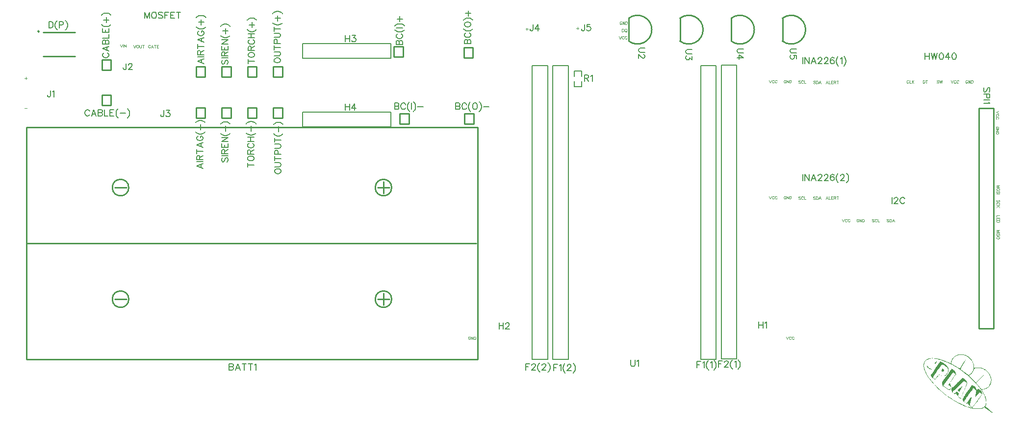
<source format=gto>
G04 Layer: TopSilkscreenLayer*
G04 EasyEDA v6.5.9, 2022-08-06 01:21:30*
G04 bc8d98b3e954460ba80fd4d649655d9a,c09117847ad249c1abd8b20aa127d3a4,10*
G04 Gerber Generator version 0.2*
G04 Scale: 100 percent, Rotated: No, Reflected: No *
G04 Dimensions in millimeters *
G04 leading zeros omitted , absolute positions ,4 integer and 5 decimal *
%FSLAX45Y45*%
%MOMM*%

%ADD10C,0.1000*%
%ADD11C,0.1524*%
%ADD12C,0.2540*%
%ADD13C,0.2032*%
%ADD14C,0.2030*%
%ADD15C,0.0140*%

%LPD*%
G36*
X17209617Y1027328D02*
G01*
X17196155Y1027125D01*
X17183912Y1026261D01*
X17173295Y1024788D01*
X17163135Y1022299D01*
X17152264Y1018692D01*
X17146930Y1016609D01*
X17136516Y1011783D01*
X17126407Y1006144D01*
X17121428Y1003046D01*
X17111726Y996187D01*
X17102226Y988415D01*
X17097552Y984250D01*
X17088408Y975258D01*
X17084141Y970584D01*
X17075962Y960323D01*
X17072102Y954836D01*
X17064939Y943356D01*
X17058640Y931519D01*
X17055896Y925626D01*
X17051324Y913993D01*
X17048073Y902969D01*
X17047006Y897788D01*
X17046397Y892860D01*
X17045838Y883716D01*
X17044974Y879500D01*
X17043704Y876300D01*
X17042130Y874420D01*
X17040301Y874369D01*
X17036491Y875284D01*
X17024045Y879449D01*
X17006671Y886256D01*
X16972076Y901242D01*
X16944746Y912672D01*
X16918482Y922832D01*
X16893184Y931773D01*
X16868800Y939495D01*
X16845229Y945997D01*
X16833697Y948842D01*
X16811091Y953668D01*
X16789044Y957376D01*
X16767403Y959967D01*
X16746118Y961542D01*
X16725036Y962050D01*
X16709237Y961745D01*
X16694657Y960882D01*
X16681246Y959408D01*
X16668851Y957326D01*
X16657472Y954532D01*
X16652138Y952906D01*
X16642080Y949096D01*
X16632732Y944575D01*
X16628313Y942035D01*
X16619982Y936396D01*
X16612209Y929944D01*
X16603827Y921816D01*
X16596461Y913333D01*
X16590060Y904494D01*
X16587216Y899921D01*
X16582237Y890473D01*
X16580104Y885596D01*
X16576548Y875537D01*
X16575125Y870356D01*
X16572992Y859586D01*
X16571772Y848309D01*
X16571490Y835863D01*
X16582136Y835863D01*
X16582440Y849223D01*
X16583558Y861618D01*
X16585488Y873048D01*
X16588333Y883615D01*
X16590060Y888593D01*
X16592042Y893368D01*
X16594226Y897890D01*
X16596664Y902258D01*
X16599357Y906373D01*
X16602303Y910336D01*
X16605504Y914146D01*
X16608958Y917752D01*
X16612666Y921156D01*
X16616680Y924407D01*
X16620896Y927455D01*
X16625468Y930402D01*
X16630294Y933145D01*
X16635374Y935736D01*
X16646499Y940511D01*
X16658793Y944676D01*
X16672306Y948385D01*
X16687139Y951534D01*
X16703294Y954278D01*
X16709745Y954989D01*
X16717619Y955141D01*
X16727779Y954786D01*
X16741140Y953820D01*
X16780662Y949960D01*
X16789450Y948893D01*
X16808043Y945845D01*
X16827957Y941527D01*
X16848988Y936142D01*
X16871086Y929589D01*
X16888206Y924052D01*
X16911777Y915720D01*
X16929862Y908913D01*
X16954449Y898956D01*
X16979493Y888237D01*
X17011455Y873556D01*
X17051832Y873556D01*
X17051934Y875842D01*
X17054880Y891286D01*
X17056557Y897839D01*
X17058538Y904392D01*
X17060824Y910945D01*
X17063415Y917549D01*
X17069358Y930554D01*
X17072711Y936904D01*
X17080077Y949248D01*
X17088104Y960780D01*
X17096740Y971296D01*
X17101159Y976121D01*
X17105731Y980592D01*
X17110303Y984707D01*
X17114926Y988364D01*
X17119600Y991616D01*
X17124222Y994410D01*
X17137227Y1001217D01*
X17149216Y1006652D01*
X17160697Y1010919D01*
X17172076Y1014069D01*
X17183912Y1016203D01*
X17196714Y1017422D01*
X17210938Y1017930D01*
X17227092Y1017727D01*
X17244466Y1017066D01*
X17251730Y1016609D01*
X17264278Y1015136D01*
X17269815Y1014171D01*
X17275149Y1012901D01*
X17280331Y1011377D01*
X17285614Y1009548D01*
X17296942Y1004824D01*
X17309084Y999083D01*
X17320412Y993089D01*
X17331232Y986688D01*
X17341646Y979881D01*
X17351552Y972667D01*
X17360950Y965098D01*
X17369891Y957173D01*
X17378273Y948944D01*
X17386147Y940358D01*
X17393513Y931519D01*
X17400320Y922324D01*
X17406569Y912926D01*
X17412208Y903274D01*
X17417288Y893368D01*
X17421809Y883259D01*
X17425670Y872947D01*
X17428972Y862482D01*
X17431613Y851865D01*
X17433594Y841095D01*
X17434966Y830173D01*
X17435677Y819200D01*
X17435677Y808075D01*
X17434915Y795934D01*
X17433086Y782929D01*
X17431867Y776579D01*
X17430394Y770280D01*
X17428667Y764082D01*
X17424552Y751992D01*
X17422164Y746150D01*
X17416729Y734771D01*
X17410430Y723950D01*
X17407026Y718718D01*
X17399558Y708761D01*
X17391329Y699465D01*
X17382337Y690880D01*
X17377613Y686866D01*
X17367605Y679450D01*
X17346117Y665988D01*
X17286325Y712978D01*
X17261789Y731774D01*
X17228108Y757021D01*
X17220184Y763778D01*
X17214799Y769264D01*
X17212818Y772566D01*
X17213681Y775106D01*
X17220184Y788212D01*
X17231766Y809853D01*
X17247057Y837336D01*
X17279569Y894842D01*
X17291202Y915924D01*
X17297654Y928319D01*
X17298517Y930452D01*
X17298365Y932383D01*
X17297857Y933500D01*
X17297044Y933856D01*
X17295825Y933348D01*
X17294199Y932078D01*
X17289780Y926795D01*
X17283633Y917905D01*
X17275556Y905154D01*
X17265446Y888288D01*
X17201438Y776478D01*
X17171060Y795070D01*
X17084090Y846785D01*
X17069460Y855675D01*
X17059910Y862177D01*
X17056709Y864768D01*
X17054474Y867105D01*
X17052950Y869289D01*
X17052137Y871372D01*
X17051832Y873556D01*
X17011455Y873556D01*
X17043146Y858012D01*
X17068647Y844702D01*
X17093946Y830834D01*
X17125188Y812749D01*
X17155668Y793902D01*
X17188586Y772363D01*
X17214392Y754684D01*
X17245939Y732078D01*
X17276673Y709015D01*
X17300702Y690219D01*
X17324120Y671169D01*
X17337278Y660146D01*
X17360544Y660146D01*
X17360646Y661720D01*
X17361306Y663041D01*
X17362424Y664311D01*
X17375987Y673912D01*
X17385538Y681532D01*
X17394428Y689660D01*
X17402759Y698195D01*
X17410379Y707136D01*
X17417338Y716534D01*
X17423587Y726236D01*
X17429124Y736295D01*
X17433899Y746658D01*
X17440148Y763524D01*
X17442332Y768604D01*
X17444618Y772668D01*
X17447158Y775919D01*
X17450155Y778560D01*
X17453762Y780745D01*
X17458182Y782726D01*
X17463516Y784555D01*
X17470120Y786130D01*
X17478959Y787400D01*
X17489576Y788416D01*
X17501565Y789076D01*
X17514366Y789330D01*
X17527625Y789178D01*
X17546066Y788517D01*
X17560239Y787349D01*
X17566335Y786485D01*
X17572024Y785317D01*
X17577511Y783844D01*
X17583048Y782015D01*
X17595189Y776986D01*
X17610074Y769823D01*
X17621046Y764032D01*
X17631613Y757682D01*
X17641824Y750824D01*
X17651577Y743508D01*
X17660874Y735736D01*
X17669764Y727506D01*
X17678146Y718921D01*
X17686070Y709980D01*
X17693436Y700684D01*
X17700294Y691083D01*
X17706594Y681228D01*
X17712334Y671118D01*
X17717465Y660857D01*
X17722037Y650341D01*
X17725948Y639724D01*
X17729200Y629005D01*
X17731841Y618185D01*
X17733772Y607314D01*
X17735042Y596392D01*
X17735550Y585520D01*
X17735346Y574649D01*
X17734381Y563880D01*
X17733416Y557580D01*
X17731994Y551078D01*
X17728133Y537514D01*
X17725694Y530656D01*
X17722951Y523748D01*
X17716652Y510133D01*
X17709591Y497128D01*
X17701869Y485190D01*
X17693741Y474827D01*
X17689576Y470306D01*
X17685410Y466394D01*
X17676368Y459130D01*
X17666208Y452323D01*
X17655184Y445973D01*
X17643602Y440283D01*
X17631613Y435356D01*
X17619573Y431292D01*
X17607635Y428193D01*
X17596104Y426110D01*
X17572228Y423011D01*
X17553178Y449529D01*
X17539817Y466851D01*
X17523612Y486867D01*
X17506188Y507542D01*
X17496383Y519531D01*
X17488966Y529234D01*
X17484801Y535432D01*
X17484242Y536854D01*
X17485614Y538988D01*
X17489474Y543610D01*
X17503749Y559054D01*
X17524882Y580999D01*
X17576241Y633120D01*
X17596764Y655116D01*
X17604486Y663905D01*
X17610175Y670763D01*
X17613528Y675487D01*
X17614290Y676910D01*
X17614341Y677722D01*
X17613680Y677824D01*
X17610429Y675944D01*
X17604790Y671576D01*
X17597018Y664972D01*
X17576241Y645972D01*
X17550485Y621080D01*
X17475504Y546252D01*
X17387620Y629056D01*
X17375174Y641197D01*
X17366894Y649935D01*
X17364151Y653237D01*
X17362220Y655980D01*
X17361001Y658266D01*
X17360544Y660146D01*
X17337278Y660146D01*
X17358106Y642213D01*
X17385334Y617829D01*
X17411547Y593191D01*
X17436642Y568452D01*
X17460620Y543661D01*
X17483429Y518820D01*
X17500752Y499008D01*
X17521275Y474319D01*
X17536718Y454659D01*
X17547793Y440029D01*
X17561712Y420674D01*
X17574717Y401472D01*
X17586756Y382524D01*
X17597882Y363829D01*
X17607991Y345440D01*
X17617084Y327355D01*
X17625161Y309626D01*
X17632121Y292303D01*
X17636693Y279552D01*
X17641722Y262940D01*
X17643856Y254812D01*
X17645684Y246837D01*
X17648478Y231241D01*
X17650053Y216154D01*
X17650409Y208838D01*
X17650358Y198120D01*
X17649901Y191160D01*
X17649190Y184353D01*
X17648123Y177749D01*
X17646751Y171297D01*
X17645075Y164998D01*
X17643195Y159715D01*
X17640858Y154432D01*
X17638064Y149148D01*
X17634813Y143967D01*
X17631206Y138836D01*
X17627193Y133908D01*
X17622824Y129082D01*
X17618202Y124460D01*
X17613274Y120040D01*
X17608143Y115874D01*
X17602809Y112014D01*
X17597272Y108458D01*
X17591633Y105257D01*
X17585944Y102463D01*
X17580102Y100025D01*
X17574310Y98094D01*
X17564709Y95707D01*
X17553686Y93776D01*
X17541443Y92354D01*
X17528133Y91389D01*
X17514062Y90881D01*
X17499431Y90830D01*
X17484445Y91186D01*
X17469307Y92049D01*
X17454321Y93370D01*
X17439640Y95097D01*
X17425568Y97282D01*
X17412208Y99923D01*
X17396866Y103479D01*
X17376140Y108966D01*
X17355159Y115163D01*
X17333925Y122072D01*
X17307001Y131724D01*
X17290745Y138023D01*
X17263414Y149301D01*
X17235830Y161594D01*
X17208144Y174853D01*
X17185894Y186080D01*
X17163592Y197866D01*
X17141342Y210210D01*
X17119092Y223012D01*
X17091355Y239725D01*
X17058233Y260705D01*
X17030903Y278942D01*
X17009211Y293979D01*
X16987672Y309422D01*
X16955871Y333146D01*
X16924680Y357632D01*
X16894149Y382778D01*
X16874286Y399846D01*
X16859605Y412800D01*
X16830954Y439064D01*
X16812463Y456844D01*
X16789958Y479247D01*
X16768267Y501802D01*
X16751554Y520039D01*
X16727576Y547471D01*
X16712387Y565861D01*
X16697807Y584200D01*
X16680586Y607212D01*
X16673982Y616407D01*
X16658336Y639318D01*
X16643908Y662127D01*
X16633291Y680313D01*
X16623487Y698347D01*
X16618864Y707339D01*
X16610939Y723595D01*
X16604132Y738428D01*
X16598392Y752043D01*
X16593667Y764743D01*
X16589908Y776732D01*
X16586962Y788314D01*
X16584777Y799744D01*
X16583304Y811326D01*
X16582440Y823264D01*
X16582136Y835863D01*
X16571490Y835863D01*
X16572077Y824230D01*
X16573601Y811377D01*
X16575532Y800303D01*
X16577411Y791362D01*
X16579596Y782370D01*
X16582085Y773277D01*
X16584879Y764133D01*
X16587978Y754888D01*
X16595090Y736092D01*
X16603370Y716991D01*
X16612920Y697534D01*
X16623588Y677773D01*
X16635526Y657656D01*
X16648633Y637235D01*
X16662907Y616458D01*
X16678401Y595376D01*
X16695115Y573938D01*
X16712996Y552196D01*
X16732097Y530148D01*
X16752366Y507746D01*
X16779392Y479348D01*
X16802811Y455777D01*
X16817035Y441909D01*
X16845940Y414782D01*
X16865447Y397103D01*
X16885208Y379780D01*
X16915231Y354533D01*
X16935450Y338175D01*
X16955871Y322224D01*
X16981627Y302818D01*
X17007586Y284073D01*
X17028515Y269544D01*
X17049546Y255473D01*
X17076013Y238455D01*
X17107966Y218998D01*
X17134687Y203555D01*
X17161560Y188874D01*
X17183049Y177647D01*
X17215408Y161747D01*
X17242383Y149402D01*
X17263922Y140055D01*
X17290186Y129387D01*
X17319345Y118211D01*
X17346574Y108661D01*
X17372177Y100685D01*
X17384471Y97231D01*
X17396460Y94183D01*
X17408194Y91490D01*
X17419726Y89103D01*
X17431105Y87071D01*
X17442332Y85344D01*
X17453457Y83972D01*
X17475657Y82092D01*
X17486782Y81635D01*
X17498009Y81432D01*
X17509337Y81483D01*
X17520818Y81838D01*
X17538547Y82753D01*
X17552670Y84023D01*
X17558766Y84836D01*
X17564354Y85852D01*
X17569586Y87071D01*
X17574666Y88544D01*
X17584724Y92252D01*
X17595596Y97282D01*
X17623332Y110845D01*
X17684038Y68529D01*
X17718735Y44602D01*
X17743068Y28295D01*
X17758562Y18542D01*
X17763490Y15849D01*
X17767858Y14122D01*
X17768671Y14122D01*
X17769128Y14325D01*
X17769332Y14833D01*
X17769230Y15544D01*
X17767604Y18034D01*
X17763490Y22504D01*
X17748961Y36169D01*
X17727980Y54508D01*
X17702631Y75539D01*
X17637658Y128320D01*
X17647869Y148742D01*
X17650612Y154736D01*
X17652898Y160629D01*
X17654625Y166674D01*
X17655946Y173177D01*
X17656810Y180441D01*
X17657368Y188772D01*
X17657622Y198374D01*
X17657470Y214833D01*
X17656860Y225247D01*
X17655743Y235813D01*
X17654117Y246481D01*
X17651933Y257251D01*
X17649240Y268274D01*
X17646040Y279450D01*
X17642230Y290880D01*
X17637912Y302514D01*
X17632984Y314452D01*
X17627498Y326694D01*
X17621453Y339242D01*
X17614798Y352145D01*
X17607584Y365404D01*
X17580864Y412038D01*
X17617287Y421335D01*
X17630749Y425297D01*
X17642687Y429564D01*
X17653457Y434238D01*
X17663363Y439470D01*
X17672659Y445516D01*
X17677180Y448818D01*
X17686172Y456285D01*
X17695316Y464870D01*
X17703546Y473557D01*
X17711013Y482650D01*
X17717719Y492150D01*
X17723662Y502005D01*
X17728844Y512165D01*
X17733314Y522630D01*
X17736972Y533400D01*
X17739918Y544322D01*
X17741138Y549859D01*
X17742966Y561086D01*
X17744033Y572465D01*
X17744338Y583946D01*
X17743932Y595528D01*
X17742763Y607110D01*
X17740884Y618744D01*
X17738242Y630326D01*
X17734838Y641908D01*
X17730724Y653389D01*
X17725898Y664768D01*
X17720310Y675944D01*
X17713960Y687019D01*
X17706898Y697839D01*
X17699126Y708406D01*
X17690592Y718718D01*
X17681346Y728726D01*
X17671999Y738022D01*
X17662652Y746556D01*
X17653254Y754380D01*
X17643652Y761492D01*
X17633797Y767943D01*
X17623637Y773836D01*
X17613071Y779221D01*
X17601996Y784148D01*
X17590312Y788619D01*
X17578070Y792734D01*
X17566843Y795883D01*
X17561560Y797102D01*
X17551044Y798728D01*
X17539716Y799439D01*
X17526508Y799388D01*
X17510455Y798728D01*
X17492929Y797509D01*
X17477028Y795985D01*
X17464430Y794410D01*
X17459909Y793648D01*
X17450968Y791565D01*
X17447768Y793140D01*
X17446396Y799033D01*
X17446040Y816305D01*
X17445278Y827989D01*
X17443704Y839673D01*
X17441367Y851306D01*
X17438319Y862837D01*
X17434610Y874268D01*
X17430191Y885545D01*
X17425162Y896619D01*
X17419472Y907491D01*
X17413173Y918108D01*
X17406366Y928420D01*
X17398949Y938428D01*
X17391024Y948080D01*
X17382642Y957326D01*
X17373752Y966165D01*
X17364405Y974598D01*
X17354651Y982471D01*
X17344491Y989837D01*
X17333976Y996645D01*
X17323104Y1002893D01*
X17311928Y1008481D01*
X17300397Y1013460D01*
X17289729Y1017269D01*
X17278654Y1020114D01*
X17266056Y1022603D01*
X17252442Y1024534D01*
X17238167Y1026007D01*
X17223740Y1026921D01*
G37*
G36*
X16793972Y909015D02*
G01*
X16791279Y907948D01*
X16787825Y905510D01*
X16783659Y901700D01*
X16778681Y896569D01*
X16773601Y890727D01*
X16769486Y885291D01*
X16766336Y880262D01*
X16764203Y875792D01*
X16763136Y871829D01*
X16763085Y868527D01*
X16764101Y865835D01*
X16766184Y863803D01*
X16769588Y863650D01*
X16774210Y865987D01*
X16779494Y870203D01*
X16784980Y875842D01*
X16790162Y882192D01*
X16794480Y888796D01*
X16797426Y894994D01*
X16798544Y900226D01*
X16798290Y904392D01*
X16797426Y907237D01*
X16796054Y908812D01*
G37*
G36*
X16862094Y908964D02*
G01*
X16853408Y893826D01*
X16849039Y886968D01*
X16843502Y879551D01*
X16837456Y872388D01*
X16826433Y860907D01*
X16821708Y855014D01*
X16818000Y849477D01*
X16813784Y840435D01*
X16812433Y838250D01*
X16846296Y838250D01*
X16846448Y841806D01*
X16847058Y842975D01*
X16848480Y841806D01*
X16850918Y838250D01*
X16852696Y834898D01*
X16854170Y831087D01*
X16855186Y827278D01*
X16855541Y823925D01*
X16855389Y820369D01*
X16854779Y819200D01*
X16853357Y820369D01*
X16850918Y823925D01*
X16849140Y827278D01*
X16847667Y831087D01*
X16846651Y834898D01*
X16846296Y838250D01*
X16812433Y838250D01*
X16810329Y834847D01*
X16806011Y828852D01*
X16796918Y818134D01*
X16793870Y813511D01*
X16792244Y809904D01*
X16792448Y807770D01*
X16793159Y806653D01*
X16792854Y805738D01*
X16791736Y805129D01*
X16787622Y804316D01*
X16785894Y802792D01*
X16784675Y800506D01*
X16783862Y794969D01*
X16782745Y792734D01*
X16781170Y791159D01*
X16777462Y790244D01*
X16776496Y789228D01*
X16776425Y788517D01*
X16822318Y788517D01*
X16822724Y791159D01*
X16823740Y792886D01*
X16825264Y793546D01*
X16827093Y792988D01*
X16828973Y791514D01*
X16830446Y789584D01*
X16831513Y787552D01*
X16831868Y785571D01*
X16831513Y783844D01*
X16830446Y782421D01*
X16828973Y781456D01*
X16827093Y781100D01*
X16825264Y781659D01*
X16823740Y783285D01*
X16822724Y785622D01*
X16822318Y788517D01*
X16776425Y788517D01*
X16776344Y787704D01*
X16777868Y783996D01*
X16777716Y782472D01*
X16776750Y781456D01*
X16773042Y780542D01*
X16771416Y779068D01*
X16770350Y776884D01*
X16769486Y771194D01*
X16768114Y768197D01*
X16766133Y765505D01*
X16760850Y760780D01*
X16757548Y756310D01*
X16754246Y750722D01*
X16748302Y738022D01*
X16744391Y731418D01*
X16740225Y725576D01*
X16732656Y717550D01*
X16729760Y713790D01*
X16727830Y710336D01*
X16726357Y704951D01*
X16724325Y701802D01*
X16721277Y698449D01*
X16713860Y692200D01*
X16710863Y688594D01*
X16708831Y685038D01*
X16707510Y679450D01*
X16706088Y677926D01*
X16703801Y677418D01*
X16698163Y678738D01*
X16695877Y678586D01*
X16694353Y677621D01*
X16693794Y675995D01*
X16694556Y671626D01*
X16696791Y665683D01*
X16700144Y658723D01*
X16704310Y651256D01*
X16708983Y643788D01*
X16713860Y636778D01*
X16718686Y630783D01*
X16721247Y628192D01*
X16736618Y628192D01*
X16737990Y633374D01*
X16741800Y641096D01*
X16747388Y650240D01*
X16761104Y669594D01*
X16765524Y677214D01*
X16767251Y682396D01*
X16766082Y684733D01*
X16763898Y685901D01*
X16762120Y687527D01*
X16760901Y689508D01*
X16760444Y691591D01*
X16760901Y693318D01*
X16762222Y693775D01*
X16764355Y692962D01*
X16768470Y690118D01*
X16769943Y689813D01*
X16771518Y690016D01*
X16773347Y690880D01*
X16775379Y692353D01*
X16777716Y694588D01*
X16783456Y701395D01*
X16790873Y711657D01*
X16800322Y725932D01*
X16812056Y744524D01*
X16826484Y767994D01*
X16831056Y774903D01*
X16835475Y780592D01*
X16839234Y784453D01*
X16841774Y785825D01*
X16843451Y786434D01*
X16844873Y787958D01*
X16845788Y790244D01*
X16846550Y795782D01*
X16847566Y798017D01*
X16849090Y799592D01*
X16852747Y800557D01*
X16854271Y801624D01*
X16855287Y803249D01*
X16855694Y805230D01*
X16856811Y808837D01*
X16859859Y814882D01*
X16864330Y822553D01*
X16874083Y836930D01*
X16877792Y841603D01*
X16881094Y845159D01*
X16884294Y847750D01*
X16887545Y849477D01*
X16891050Y850442D01*
X16895013Y850798D01*
X16899636Y850747D01*
X16903293Y850239D01*
X16907560Y849172D01*
X16912386Y847547D01*
X16917568Y845515D01*
X16923004Y843026D01*
X16928439Y840232D01*
X16933824Y837133D01*
X16939006Y833831D01*
X16950994Y825296D01*
X16961561Y816762D01*
X16966336Y812495D01*
X16974870Y803910D01*
X16981982Y795274D01*
X16985081Y790905D01*
X16987774Y786536D01*
X16990161Y782167D01*
X16992193Y777748D01*
X16993920Y773277D01*
X16995292Y768807D01*
X16996308Y764286D01*
X16997019Y759714D01*
X16997375Y755091D01*
X16997375Y750468D01*
X16997070Y745744D01*
X16996410Y741019D01*
X16995444Y736193D01*
X16994124Y731316D01*
X16990466Y721461D01*
X16988129Y716381D01*
X16985488Y711301D01*
X16979188Y700887D01*
X16971568Y690118D01*
X16967250Y684631D01*
X16963745Y680669D01*
X16959783Y676757D01*
X16955414Y672947D01*
X16950740Y669290D01*
X16945864Y665835D01*
X16940885Y662635D01*
X16935907Y659790D01*
X16930979Y657352D01*
X16926255Y655320D01*
X16921784Y653796D01*
X16917670Y652881D01*
X16914063Y652526D01*
X16911218Y652830D01*
X16907256Y653694D01*
X16896638Y656945D01*
X16883684Y661720D01*
X16855998Y673252D01*
X16849902Y675436D01*
X16844518Y677113D01*
X16839946Y678281D01*
X16836288Y678891D01*
X16833697Y678891D01*
X16832224Y678230D01*
X16828414Y673506D01*
X16811193Y650392D01*
X16771518Y595833D01*
X16754094Y607669D01*
X16747286Y612952D01*
X16741749Y618591D01*
X16737990Y623874D01*
X16736618Y628192D01*
X16721247Y628192D01*
X16723106Y626313D01*
X16741038Y611276D01*
X16755211Y600049D01*
X16760748Y595985D01*
X16765168Y593039D01*
X16768419Y591210D01*
X16770451Y590600D01*
X16771315Y590956D01*
X16774464Y593750D01*
X16779290Y599084D01*
X16785691Y606755D01*
X16802252Y628142D01*
X16822775Y656234D01*
X16836745Y675894D01*
X16874845Y658774D01*
X16886478Y654507D01*
X16897400Y651459D01*
X16902684Y650392D01*
X16907814Y649630D01*
X16912793Y649224D01*
X16917619Y649122D01*
X16922343Y649376D01*
X16926966Y649935D01*
X16931436Y650798D01*
X16935805Y652018D01*
X16940072Y653592D01*
X16944238Y655472D01*
X16948353Y657707D01*
X16952315Y660247D01*
X16956227Y663143D01*
X16960037Y666394D01*
X16963796Y670001D01*
X16967454Y673912D01*
X16974616Y682853D01*
X16981525Y693166D01*
X16988282Y704951D01*
X16996664Y721664D01*
X17000524Y730148D01*
X17003369Y737362D01*
X17005249Y743661D01*
X17006316Y749554D01*
X17006620Y755497D01*
X17006316Y761847D01*
X17005503Y769162D01*
X17003623Y779018D01*
X17002302Y783894D01*
X16998797Y793699D01*
X16994276Y803402D01*
X16988688Y813053D01*
X16982084Y822604D01*
X16974515Y832002D01*
X16965930Y841248D01*
X16956481Y850290D01*
X16946067Y859129D01*
X16934789Y867765D01*
X16922648Y876096D01*
X16909643Y884123D01*
X16895876Y891844D01*
G37*
G36*
X16631056Y832866D02*
G01*
X16630192Y832408D01*
X16629989Y830935D01*
X16630650Y828294D01*
X16632021Y824636D01*
X16634307Y819810D01*
X16637457Y813917D01*
X16642689Y805688D01*
X16648734Y797712D01*
X16654881Y790854D01*
X16660418Y786130D01*
X16667683Y781608D01*
X16675963Y777240D01*
X16684650Y773277D01*
X16693184Y769924D01*
X16701058Y767334D01*
X16707662Y765759D01*
X16712488Y765403D01*
X16714927Y766368D01*
X16713809Y768858D01*
X16708882Y772515D01*
X16700855Y776833D01*
X16683583Y784453D01*
X16677284Y787552D01*
X16671645Y790854D01*
X16666514Y794410D01*
X16661892Y798271D01*
X16657523Y802589D01*
X16653357Y807415D01*
X16644924Y818896D01*
X16637660Y827684D01*
X16634815Y830478D01*
X16632631Y832205D01*
G37*
G36*
X16903242Y780999D02*
G01*
X16899534Y780592D01*
X16896537Y778967D01*
X16894505Y776122D01*
X16893794Y771956D01*
X16893438Y768299D01*
X16892574Y765048D01*
X16891304Y762609D01*
X16887952Y759714D01*
X16886072Y756615D01*
X16884243Y752500D01*
X16882821Y747776D01*
X16881906Y741578D01*
X16882922Y737006D01*
X16886326Y733399D01*
X16892473Y729945D01*
X16897248Y728116D01*
X16901769Y727151D01*
X16906087Y727049D01*
X16910100Y727659D01*
X16913758Y728980D01*
X16917009Y730910D01*
X16919905Y733348D01*
X16922292Y736346D01*
X16924172Y739800D01*
X16925544Y743559D01*
X16926255Y747674D01*
X16926407Y751992D01*
X16925848Y756513D01*
X16924578Y761136D01*
X16922546Y765810D01*
X16919702Y770483D01*
X16915892Y774903D01*
X16911726Y778103D01*
X16907408Y780135D01*
G37*
G36*
X17057573Y776325D02*
G01*
X17054982Y775614D01*
X17052442Y773633D01*
X17050258Y770737D01*
X17047870Y765302D01*
X17044416Y759155D01*
X17038878Y750366D01*
X17031766Y739648D01*
X17014545Y715162D01*
X17002181Y698398D01*
X17050918Y698398D01*
X17051832Y702919D01*
X17054118Y706374D01*
X17057014Y708050D01*
X17059706Y707186D01*
X17060214Y705815D01*
X17059808Y703783D01*
X17058538Y701497D01*
X17056557Y699109D01*
X17054220Y697128D01*
X17052442Y696366D01*
X17051324Y696772D01*
X17050918Y698398D01*
X17002181Y698398D01*
X16986713Y678332D01*
X17003674Y678332D01*
X17003776Y681634D01*
X17004233Y683920D01*
X17005096Y684936D01*
X17006163Y684580D01*
X17007078Y682955D01*
X17007484Y680669D01*
X17007281Y678078D01*
X17006570Y675436D01*
X17005503Y673506D01*
X17004639Y673354D01*
X17003979Y674979D01*
X17003674Y678332D01*
X16986713Y678332D01*
X16967047Y651814D01*
X16956887Y639114D01*
X16953788Y635762D01*
X16947184Y627938D01*
X16941901Y618744D01*
X16938904Y610311D01*
X16939209Y604570D01*
X16940022Y602843D01*
X16940072Y601472D01*
X16939463Y600710D01*
X16938193Y600557D01*
X16929658Y601218D01*
X16923156Y600100D01*
X16919346Y597458D01*
X16918940Y589889D01*
X16916755Y584555D01*
X16912844Y578307D01*
X16904258Y567944D01*
X16901629Y564438D01*
X16918482Y564438D01*
X16918635Y569518D01*
X16919092Y572770D01*
X16919803Y573989D01*
X16920161Y573532D01*
X16946524Y573532D01*
X16946626Y576884D01*
X16947083Y579170D01*
X16947946Y580186D01*
X16949013Y579780D01*
X16949928Y578205D01*
X16950262Y576326D01*
X16960443Y576326D01*
X16960596Y578154D01*
X16961053Y579678D01*
X16961713Y580694D01*
X16962526Y581101D01*
X16963593Y580694D01*
X16964863Y579678D01*
X16966285Y578154D01*
X16967555Y576326D01*
X16968317Y574497D01*
X16968165Y572973D01*
X16967200Y571957D01*
X16965472Y571550D01*
X16963542Y571957D01*
X16961916Y572973D01*
X16960850Y574497D01*
X16960443Y576326D01*
X16950262Y576326D01*
X16950131Y573328D01*
X16949420Y570687D01*
X16948353Y568756D01*
X16947489Y568604D01*
X16946880Y570230D01*
X16946524Y573532D01*
X16920161Y573532D01*
X16920718Y572820D01*
X16921429Y569925D01*
X16921734Y566216D01*
X16921530Y562305D01*
X16920870Y558546D01*
X16920006Y556412D01*
X16919295Y556818D01*
X16918736Y559562D01*
X16918482Y564438D01*
X16901629Y564438D01*
X16898975Y560171D01*
X16897045Y556056D01*
X16895572Y551688D01*
X16895181Y549757D01*
X16903649Y549757D01*
X16903750Y553059D01*
X16904258Y555345D01*
X16905071Y556412D01*
X16906189Y556006D01*
X16907103Y554380D01*
X16907459Y552145D01*
X16907306Y549503D01*
X16906544Y546862D01*
X16905478Y544931D01*
X16904614Y544779D01*
X16904004Y546404D01*
X16903649Y549757D01*
X16895181Y549757D01*
X16894606Y546912D01*
X16893997Y541578D01*
X16893844Y535635D01*
X16894048Y528878D01*
X16895572Y512572D01*
X16896842Y502767D01*
X16898670Y492963D01*
X16900499Y487324D01*
X16915028Y487324D01*
X16915688Y489864D01*
X16917060Y493217D01*
X16919143Y497281D01*
X16925036Y507034D01*
X16932757Y518058D01*
X16981678Y583996D01*
X17033138Y653948D01*
X17053458Y681126D01*
X17070019Y702564D01*
X17080992Y715924D01*
X17083735Y718820D01*
X17084395Y719175D01*
X17087138Y718007D01*
X17092168Y714806D01*
X17098772Y710133D01*
X17106188Y704342D01*
X17113300Y698246D01*
X17118888Y692505D01*
X17122444Y687832D01*
X17123359Y684834D01*
X17120666Y679805D01*
X17114418Y669594D01*
X17037964Y553669D01*
X17008551Y511556D01*
X17004690Y505561D01*
X17003318Y502869D01*
X17005706Y498652D01*
X17011243Y492963D01*
X17017593Y487984D01*
X17022318Y485851D01*
X17024096Y486308D01*
X17025823Y487578D01*
X17027347Y489508D01*
X17029176Y493471D01*
X17029531Y493674D01*
X17029633Y492404D01*
X17029328Y489762D01*
X17029785Y485800D01*
X17031817Y481025D01*
X17035119Y475945D01*
X17039386Y471220D01*
X17050562Y460705D01*
X17035627Y439928D01*
X17029531Y431901D01*
X17023842Y425297D01*
X17019270Y420827D01*
X17016476Y419201D01*
X17013224Y419658D01*
X17009110Y421081D01*
X17004233Y423468D01*
X16998645Y426669D01*
X16992346Y430733D01*
X16985437Y435660D01*
X16977969Y441350D01*
X16965371Y451510D01*
X16955414Y458978D01*
X16945508Y465886D01*
X16936821Y471322D01*
X16927220Y476656D01*
X16921784Y480161D01*
X16917568Y483362D01*
X16915231Y485800D01*
X16915028Y487324D01*
X16900499Y487324D01*
X16901109Y485444D01*
X16904106Y480364D01*
X16907560Y477926D01*
X16915688Y474929D01*
X16924629Y470662D01*
X16934230Y465226D01*
X16944340Y458774D01*
X16954703Y451408D01*
X16974718Y435660D01*
X16984878Y428193D01*
X16994378Y421538D01*
X17002048Y416661D01*
X17009262Y412445D01*
X17012005Y411073D01*
X17014444Y410464D01*
X17016730Y410565D01*
X17019066Y411632D01*
X17021657Y413715D01*
X17024604Y416966D01*
X17032427Y427329D01*
X17056303Y461060D01*
X17031462Y533044D01*
X17078604Y604113D01*
X17099686Y635457D01*
X17115586Y658520D01*
X17126458Y673608D01*
X17130115Y678230D01*
X17133366Y681685D01*
X17134636Y684225D01*
X17134636Y688898D01*
X17133468Y695198D01*
X17131385Y702614D01*
X17128490Y710692D01*
X17124984Y718972D01*
X17120920Y726998D01*
X17116552Y734212D01*
X17113656Y737920D01*
X17109694Y742035D01*
X17104868Y746506D01*
X17099381Y751179D01*
X17093488Y755853D01*
X17081195Y764641D01*
X17075200Y768451D01*
X17069663Y771652D01*
X17064736Y774141D01*
X17060621Y775766D01*
G37*
G36*
X17246904Y618185D02*
G01*
X17243958Y617575D01*
X17241266Y615797D01*
X17225721Y600202D01*
X17214037Y589178D01*
X17200280Y576630D01*
X17279467Y576630D01*
X17280077Y580186D01*
X17281601Y580796D01*
X17283684Y578612D01*
X17286071Y573684D01*
X17286833Y570992D01*
X17286732Y569264D01*
X17285868Y568604D01*
X17284192Y569214D01*
X17282363Y570687D01*
X17280890Y572566D01*
X17279874Y574649D01*
X17279467Y576630D01*
X17200280Y576630D01*
X17178283Y557276D01*
X17228210Y557276D01*
X17228362Y563118D01*
X17228870Y566623D01*
X17229531Y567537D01*
X17230394Y565607D01*
X17231055Y561695D01*
X17231309Y557276D01*
X17231055Y552856D01*
X17230394Y548944D01*
X17229531Y547014D01*
X17228870Y547979D01*
X17228362Y551484D01*
X17228210Y557276D01*
X17178283Y557276D01*
X17163643Y545287D01*
X17161205Y543610D01*
X17158258Y542493D01*
X17156887Y541070D01*
X17156023Y538937D01*
X17155109Y533552D01*
X17208804Y533450D01*
X17209008Y537616D01*
X17209516Y540105D01*
X17210278Y540816D01*
X17211192Y539445D01*
X17211954Y536651D01*
X17212208Y533450D01*
X17211954Y530301D01*
X17211192Y527507D01*
X17210278Y526135D01*
X17209516Y526796D01*
X17209008Y529336D01*
X17208804Y533450D01*
X17155049Y533450D01*
X17153534Y530860D01*
X17151248Y528523D01*
X17145254Y524967D01*
X17143577Y521868D01*
X17143521Y521055D01*
X17152569Y521055D01*
X17152721Y522528D01*
X17153686Y523595D01*
X17155414Y523951D01*
X17157344Y523595D01*
X17158970Y522528D01*
X17160036Y521055D01*
X17160443Y519176D01*
X17160290Y517347D01*
X17159833Y515823D01*
X17159173Y514807D01*
X17158309Y514400D01*
X17157293Y514807D01*
X17155972Y515823D01*
X17153280Y519176D01*
X17152569Y521055D01*
X17143521Y521055D01*
X17143272Y517448D01*
X17145508Y505815D01*
X17145508Y502462D01*
X17144339Y501294D01*
X17142002Y502158D01*
X17140072Y503834D01*
X17139005Y506018D01*
X17138751Y508304D01*
X17140580Y513029D01*
X17139462Y513537D01*
X17136567Y512318D01*
X17132198Y509574D01*
X17126712Y505510D01*
X17120412Y500430D01*
X17115066Y495655D01*
X17127118Y495655D01*
X17127474Y497382D01*
X17128490Y498805D01*
X17130014Y499770D01*
X17131842Y500126D01*
X17133722Y499567D01*
X17135246Y497941D01*
X17135445Y497484D01*
X17179493Y497484D01*
X17180001Y502412D01*
X17181423Y504596D01*
X17183608Y503935D01*
X17186402Y500481D01*
X17187113Y498500D01*
X17186960Y496468D01*
X17185995Y494538D01*
X17184319Y493064D01*
X17182439Y492455D01*
X17180915Y493115D01*
X17179848Y494842D01*
X17179493Y497484D01*
X17135445Y497484D01*
X17136262Y495604D01*
X17136618Y492709D01*
X17136262Y490067D01*
X17135246Y488340D01*
X17133722Y487680D01*
X17131842Y488238D01*
X17130014Y489712D01*
X17128490Y491642D01*
X17127474Y493674D01*
X17127118Y495655D01*
X17115066Y495655D01*
X17106215Y487172D01*
X17113402Y487172D01*
X17114418Y489813D01*
X17117568Y490626D01*
X17119396Y489559D01*
X17120819Y486765D01*
X17121784Y482600D01*
X17121940Y478688D01*
X17156582Y478688D01*
X17156734Y483768D01*
X17157192Y487070D01*
X17157903Y488289D01*
X17158817Y487121D01*
X17159528Y484174D01*
X17159833Y480517D01*
X17159630Y476554D01*
X17158970Y472846D01*
X17158106Y470712D01*
X17157395Y471119D01*
X17156836Y473811D01*
X17156582Y478688D01*
X17121940Y478688D01*
X17121682Y470865D01*
X17121022Y468223D01*
X17119752Y469290D01*
X17117568Y473964D01*
X17114418Y482041D01*
X17113402Y487172D01*
X17106215Y487172D01*
X17100346Y480720D01*
X17095368Y474014D01*
X17092527Y468782D01*
X17103648Y468782D01*
X17103750Y472084D01*
X17104258Y474370D01*
X17105071Y475437D01*
X17106188Y475030D01*
X17107103Y473405D01*
X17107458Y471170D01*
X17107306Y468579D01*
X17106544Y465886D01*
X17105477Y463956D01*
X17104614Y463854D01*
X17104004Y465480D01*
X17103648Y468782D01*
X17092472Y468680D01*
X17092269Y465378D01*
X17093031Y463753D01*
X17092930Y462889D01*
X17091964Y462838D01*
X17090288Y463651D01*
X17087900Y464261D01*
X17085005Y463651D01*
X17082008Y461975D01*
X17076470Y456742D01*
X17073321Y454863D01*
X17070273Y453948D01*
X17065040Y454558D01*
X17062704Y453593D01*
X17060621Y451510D01*
X17059588Y449732D01*
X17084598Y449732D01*
X17084700Y453034D01*
X17085208Y455320D01*
X17086021Y456387D01*
X17087138Y455980D01*
X17088053Y454406D01*
X17088345Y452526D01*
X17132604Y452526D01*
X17132808Y456692D01*
X17133316Y459181D01*
X17134078Y459841D01*
X17135043Y458470D01*
X17135754Y455676D01*
X17136008Y452526D01*
X17135754Y449326D01*
X17135043Y446582D01*
X17134078Y445211D01*
X17133316Y445871D01*
X17132808Y448360D01*
X17132604Y452526D01*
X17088345Y452526D01*
X17088256Y449529D01*
X17087494Y446836D01*
X17086427Y444906D01*
X17085564Y444804D01*
X17084954Y446430D01*
X17084598Y449732D01*
X17059588Y449732D01*
X17058792Y448360D01*
X17057268Y444347D01*
X17056049Y439521D01*
X17055185Y434085D01*
X17054728Y428142D01*
X17054677Y421792D01*
X17055033Y415188D01*
X17055846Y408432D01*
X17057166Y401726D01*
X17058944Y394512D01*
X17060926Y388366D01*
X17063212Y383082D01*
X17064480Y380898D01*
X17074743Y380898D01*
X17075912Y383438D01*
X17079112Y387146D01*
X17083836Y391566D01*
X17091101Y397357D01*
X17101667Y406806D01*
X17118431Y422605D01*
X17139818Y443331D01*
X17196562Y499668D01*
X17220793Y523341D01*
X17241774Y543052D01*
X17257979Y557580D01*
X17263872Y562457D01*
X17269358Y566318D01*
X17270272Y566572D01*
X17273879Y565962D01*
X17278299Y564134D01*
X17282922Y561340D01*
X17287240Y557936D01*
X17291761Y554024D01*
X17297095Y549960D01*
X17302530Y546252D01*
X17309490Y542188D01*
X17312690Y539648D01*
X17313859Y538175D01*
X17314773Y536346D01*
X17315332Y534212D01*
X17315535Y531622D01*
X17315383Y528574D01*
X17313910Y520547D01*
X17310811Y509676D01*
X17305883Y495198D01*
X17289983Y453339D01*
X17269714Y401675D01*
X17250359Y353314D01*
X17238167Y323494D01*
X17228616Y300990D01*
X17221403Y285191D01*
X17218660Y279654D01*
X17216374Y275640D01*
X17214596Y272999D01*
X17213275Y271729D01*
X17212767Y271576D01*
X17209871Y272999D01*
X17204486Y276809D01*
X17197374Y282498D01*
X17189399Y289407D01*
X17169485Y307289D01*
X17182033Y344170D01*
X17182998Y348589D01*
X17183150Y351993D01*
X17182388Y354736D01*
X17180661Y357124D01*
X17177918Y359613D01*
X17164812Y369417D01*
X17157242Y374497D01*
X17151045Y377698D01*
X17145812Y379120D01*
X17141088Y378764D01*
X17136414Y376732D01*
X17131385Y372973D01*
X17119193Y361797D01*
X17113199Y356971D01*
X17108424Y353720D01*
X17105376Y352501D01*
X17102378Y353517D01*
X17098111Y356209D01*
X17093082Y360070D01*
X17087850Y364642D01*
X17082871Y369519D01*
X17078706Y374142D01*
X17075810Y378104D01*
X17074743Y380898D01*
X17064480Y380898D01*
X17065955Y378358D01*
X17069460Y373888D01*
X17073778Y369468D01*
X17079214Y364744D01*
X17108932Y341884D01*
X17128236Y360324D01*
X17136465Y367792D01*
X17141850Y371754D01*
X17144339Y372211D01*
X17143933Y369163D01*
X17141240Y361797D01*
X17139462Y355600D01*
X17138650Y350215D01*
X17138802Y345287D01*
X17139970Y340410D01*
X17142256Y335229D01*
X17145711Y329387D01*
X17150334Y322427D01*
X17153128Y318617D01*
X17160646Y309829D01*
X17169942Y300075D01*
X17180306Y290017D01*
X17190821Y280517D01*
X17200676Y272237D01*
X17209058Y265988D01*
X17212411Y263855D01*
X17215104Y262534D01*
X17217034Y262077D01*
X17217644Y262331D01*
X17218507Y263144D01*
X17220793Y266801D01*
X17224044Y273304D01*
X17234154Y296824D01*
X17250308Y337007D01*
X17268698Y383641D01*
X17280991Y414121D01*
X17287290Y428650D01*
X17298720Y456539D01*
X17312538Y491134D01*
X17323612Y517804D01*
X17326457Y523951D01*
X17327321Y528624D01*
X17326356Y535787D01*
X17323663Y544982D01*
X17319396Y555752D01*
X17316145Y562660D01*
X17312792Y568756D01*
X17309134Y574243D01*
X17304969Y579323D01*
X17300143Y584250D01*
X17294504Y589178D01*
X17287849Y594258D01*
X17269612Y606755D01*
X17261535Y611936D01*
X17255337Y615492D01*
X17250562Y617575D01*
G37*
G36*
X17417796Y494487D02*
G01*
X17413122Y494334D01*
X17408753Y492810D01*
X17404334Y489864D01*
X17399406Y485648D01*
X17395393Y481533D01*
X17392091Y477367D01*
X17389805Y473760D01*
X17388992Y471119D01*
X17388687Y469392D01*
X17387824Y468376D01*
X17386604Y468122D01*
X17383506Y469188D01*
X17382236Y468731D01*
X17381372Y467461D01*
X17380356Y462280D01*
X17378476Y457809D01*
X17371822Y445668D01*
X17362678Y431342D01*
X17352568Y417118D01*
X17347590Y410718D01*
X17343018Y405231D01*
X17338954Y400913D01*
X17331791Y395173D01*
X17329200Y392785D01*
X17328083Y391210D01*
X17328642Y390601D01*
X17329150Y389382D01*
X17327676Y385927D01*
X17324628Y380847D01*
X17315484Y368249D01*
X17311624Y362559D01*
X17309033Y358190D01*
X17307407Y354228D01*
X17302734Y346354D01*
X17287143Y322326D01*
X17295672Y322326D01*
X17296333Y324256D01*
X17299178Y327761D01*
X17301362Y328371D01*
X17302784Y326186D01*
X17303292Y321259D01*
X17302886Y318617D01*
X17301870Y316941D01*
X17300346Y316280D01*
X17298466Y316839D01*
X17296790Y318363D01*
X17295825Y320243D01*
X17295672Y322326D01*
X17287143Y322326D01*
X17268901Y295097D01*
X17261535Y283311D01*
X17255236Y272694D01*
X17250410Y263652D01*
X17247260Y256844D01*
X17246447Y254406D01*
X17246142Y252729D01*
X17246803Y246634D01*
X17248682Y239775D01*
X17251426Y232562D01*
X17254931Y225450D01*
X17258842Y218897D01*
X17261711Y215036D01*
X17274743Y215036D01*
X17275149Y216712D01*
X17276216Y218490D01*
X17277892Y220268D01*
X17279874Y221792D01*
X17281652Y224028D01*
X17282668Y227685D01*
X17282871Y232359D01*
X17281194Y242316D01*
X17281093Y245059D01*
X17281804Y245668D01*
X17285360Y242011D01*
X17287849Y241655D01*
X17290745Y242925D01*
X17294098Y245973D01*
X17297908Y250799D01*
X17302226Y257403D01*
X17307102Y265836D01*
X17317364Y285038D01*
X17322749Y293471D01*
X17327880Y300532D01*
X17335550Y308457D01*
X17337887Y311454D01*
X17339056Y313893D01*
X17338446Y316839D01*
X17339259Y318871D01*
X17341037Y321310D01*
X17346472Y326745D01*
X17348758Y330098D01*
X17350333Y333502D01*
X17351451Y339394D01*
X17353026Y342138D01*
X17355261Y344424D01*
X17360849Y347624D01*
X17363084Y349961D01*
X17364659Y352755D01*
X17365218Y355650D01*
X17366792Y359968D01*
X17371161Y366623D01*
X17377562Y374802D01*
X17399152Y398526D01*
X17408398Y409397D01*
X17416475Y419455D01*
X17430089Y437337D01*
X17433696Y441451D01*
X17435474Y442976D01*
X17438065Y441401D01*
X17451628Y430784D01*
X17460925Y423062D01*
X17471288Y413766D01*
X17478095Y406146D01*
X17481499Y400202D01*
X17481651Y395681D01*
X17480280Y390906D01*
X17478857Y383438D01*
X17477486Y374243D01*
X17474336Y346710D01*
X17471542Y326694D01*
X17468443Y306374D01*
X17467783Y298856D01*
X17467681Y292557D01*
X17468037Y287782D01*
X17468850Y284835D01*
X17470069Y283972D01*
X17471593Y285496D01*
X17474692Y292303D01*
X17479975Y300736D01*
X17488052Y312267D01*
X17497755Y325475D01*
X17508067Y338886D01*
X17517872Y351078D01*
X17526050Y360578D01*
X17531486Y366064D01*
X17532858Y366826D01*
X17535702Y366014D01*
X17547894Y360934D01*
X17563338Y353618D01*
X17570297Y350113D01*
X17575733Y347116D01*
X17578730Y345135D01*
X17578730Y344474D01*
X17576952Y340817D01*
X17573193Y334416D01*
X17560747Y314960D01*
X17543729Y289610D01*
X17519599Y254812D01*
X17500854Y228650D01*
X17485156Y207670D01*
X17457826Y173278D01*
X17443094Y153873D01*
X17414544Y114909D01*
X17412055Y115011D01*
X17407178Y117398D01*
X17400778Y121462D01*
X17393615Y126542D01*
X17386604Y131978D01*
X17380559Y137210D01*
X17376343Y141630D01*
X17374717Y144526D01*
X17375276Y148742D01*
X17378934Y166776D01*
X17386655Y200964D01*
X17393818Y235762D01*
X17399914Y267716D01*
X17401997Y279755D01*
X17403267Y289915D01*
X17403165Y292150D01*
X17402759Y293776D01*
X17402048Y294792D01*
X17401032Y295097D01*
X17399660Y294741D01*
X17397984Y293674D01*
X17393412Y289306D01*
X17387265Y281838D01*
X17379340Y271170D01*
X17369485Y257098D01*
X17319447Y182016D01*
X17317110Y182524D01*
X17311827Y185572D01*
X17304664Y190347D01*
X17296536Y196189D01*
X17288510Y202285D01*
X17281499Y207975D01*
X17276572Y212496D01*
X17274743Y215036D01*
X17261711Y215036D01*
X17262957Y213360D01*
X17267072Y209194D01*
X17270933Y206959D01*
X17276064Y204571D01*
X17283633Y200050D01*
X17292523Y194056D01*
X17313960Y178358D01*
X17321377Y174345D01*
X17326051Y174548D01*
X17329861Y178409D01*
X17331690Y180644D01*
X17333468Y181864D01*
X17335296Y181914D01*
X17337328Y180746D01*
X17339767Y178206D01*
X17342815Y174091D01*
X17353991Y156260D01*
X17357344Y151638D01*
X17365268Y142138D01*
X17374209Y132791D01*
X17383709Y124002D01*
X17393107Y116382D01*
X17401895Y110337D01*
X17405858Y108051D01*
X17409464Y106375D01*
X17412665Y105308D01*
X17415306Y105003D01*
X17418354Y106933D01*
X17423180Y112115D01*
X17429226Y119735D01*
X17444364Y141681D01*
X17460823Y164236D01*
X17492878Y205994D01*
X17506645Y224434D01*
X17521529Y245008D01*
X17536312Y265988D01*
X17549926Y285851D01*
X17589398Y345084D01*
X17579543Y371398D01*
X17577054Y377545D01*
X17574463Y383184D01*
X17571720Y388366D01*
X17568875Y392988D01*
X17565928Y397103D01*
X17562931Y400558D01*
X17559832Y403453D01*
X17556734Y405739D01*
X17543119Y414324D01*
X17513604Y433933D01*
X17503749Y423316D01*
X17499787Y419354D01*
X17496332Y416458D01*
X17493792Y414832D01*
X17492421Y414782D01*
X17488204Y423316D01*
X17476978Y447344D01*
X17473726Y453085D01*
X17470221Y458317D01*
X17466411Y463092D01*
X17462144Y467614D01*
X17457420Y471881D01*
X17452035Y476097D01*
X17445990Y480263D01*
X17436795Y486105D01*
X17429276Y490423D01*
X17423028Y493166D01*
G37*
G36*
X17235728Y477621D02*
G01*
X17232376Y476554D01*
X17228413Y473303D01*
X17221403Y464820D01*
X17214240Y457606D01*
X17205045Y449529D01*
X17194936Y441655D01*
X17182947Y433120D01*
X17177054Y428498D01*
X17172228Y424180D01*
X17168418Y420166D01*
X17165624Y416306D01*
X17163846Y412648D01*
X17163084Y409092D01*
X17163288Y405638D01*
X17164456Y402234D01*
X17166539Y398830D01*
X17169587Y395376D01*
X17173549Y391820D01*
X17178985Y387654D01*
X17184166Y384251D01*
X17188484Y381965D01*
X17191380Y381101D01*
X17192701Y381863D01*
X17194530Y384048D01*
X17199559Y391922D01*
X17205756Y403656D01*
X17219320Y432968D01*
X17226026Y446532D01*
X17231817Y457149D01*
X17234103Y460908D01*
X17238675Y467309D01*
X17240046Y470814D01*
X17239945Y473913D01*
X17238370Y476453D01*
G37*
D10*
X15163800Y3365245D02*
G01*
X15182088Y3317494D01*
X15200122Y3365245D02*
G01*
X15182088Y3317494D01*
X15249143Y3353815D02*
G01*
X15246858Y3358387D01*
X15242540Y3362960D01*
X15237968Y3365245D01*
X15228824Y3365245D01*
X15224252Y3362960D01*
X15219679Y3358387D01*
X15217393Y3353815D01*
X15215108Y3346957D01*
X15215108Y3335528D01*
X15217393Y3328670D01*
X15219679Y3324352D01*
X15224252Y3319779D01*
X15228824Y3317494D01*
X15237968Y3317494D01*
X15242540Y3319779D01*
X15246858Y3324352D01*
X15249143Y3328670D01*
X15298420Y3353815D02*
G01*
X15296134Y3358387D01*
X15291561Y3362960D01*
X15286990Y3365245D01*
X15277845Y3365245D01*
X15273274Y3362960D01*
X15268702Y3358387D01*
X15266416Y3353815D01*
X15264129Y3346957D01*
X15264129Y3335528D01*
X15266416Y3328670D01*
X15268702Y3324352D01*
X15273274Y3319779D01*
X15277845Y3317494D01*
X15286990Y3317494D01*
X15291561Y3319779D01*
X15296134Y3324352D01*
X15298420Y3328670D01*
X15451836Y3353815D02*
G01*
X15449550Y3358387D01*
X15444977Y3362960D01*
X15440406Y3365245D01*
X15431516Y3365245D01*
X15426943Y3362960D01*
X15422372Y3358387D01*
X15420086Y3353815D01*
X15417800Y3346957D01*
X15417800Y3335528D01*
X15420086Y3328670D01*
X15422372Y3324352D01*
X15426943Y3319779D01*
X15431516Y3317494D01*
X15440406Y3317494D01*
X15444977Y3319779D01*
X15449550Y3324352D01*
X15451836Y3328670D01*
X15451836Y3335528D01*
X15440406Y3335528D02*
G01*
X15451836Y3335528D01*
X15466822Y3365245D02*
G01*
X15466822Y3317494D01*
X15466822Y3365245D02*
G01*
X15498825Y3317494D01*
X15498825Y3365245D02*
G01*
X15498825Y3317494D01*
X15513811Y3365245D02*
G01*
X15513811Y3317494D01*
X15513811Y3365245D02*
G01*
X15529559Y3365245D01*
X15536418Y3362960D01*
X15540990Y3358387D01*
X15543275Y3353815D01*
X15545561Y3346957D01*
X15545561Y3335528D01*
X15543275Y3328670D01*
X15540990Y3324352D01*
X15536418Y3319779D01*
X15529559Y3317494D01*
X15513811Y3317494D01*
X15716250Y3358387D02*
G01*
X15711677Y3362960D01*
X15705074Y3365245D01*
X15695929Y3365245D01*
X15689072Y3362960D01*
X15684500Y3358387D01*
X15684500Y3353815D01*
X15686786Y3349244D01*
X15689072Y3346957D01*
X15693643Y3344671D01*
X15707106Y3340100D01*
X15711677Y3337813D01*
X15713963Y3335528D01*
X15716250Y3330955D01*
X15716250Y3324352D01*
X15711677Y3319779D01*
X15705074Y3317494D01*
X15695929Y3317494D01*
X15689072Y3319779D01*
X15684500Y3324352D01*
X15765525Y3353815D02*
G01*
X15763240Y3358387D01*
X15758668Y3362960D01*
X15754095Y3365245D01*
X15744952Y3365245D01*
X15740379Y3362960D01*
X15735808Y3358387D01*
X15733522Y3353815D01*
X15731236Y3346957D01*
X15731236Y3335528D01*
X15733522Y3328670D01*
X15735808Y3324352D01*
X15740379Y3319779D01*
X15744952Y3317494D01*
X15754095Y3317494D01*
X15758668Y3319779D01*
X15763240Y3324352D01*
X15765525Y3328670D01*
X15780511Y3365245D02*
G01*
X15780511Y3317494D01*
X15780511Y3317494D02*
G01*
X15807690Y3317494D01*
X15970250Y3358387D02*
G01*
X15965677Y3362960D01*
X15959074Y3365245D01*
X15949929Y3365245D01*
X15943072Y3362960D01*
X15938500Y3358387D01*
X15938500Y3353815D01*
X15940786Y3349244D01*
X15943072Y3346957D01*
X15947643Y3344671D01*
X15961106Y3340100D01*
X15965677Y3337813D01*
X15967963Y3335528D01*
X15970250Y3330955D01*
X15970250Y3324352D01*
X15965677Y3319779D01*
X15959074Y3317494D01*
X15949929Y3317494D01*
X15943072Y3319779D01*
X15938500Y3324352D01*
X15985236Y3365245D02*
G01*
X15985236Y3317494D01*
X15985236Y3365245D02*
G01*
X16001238Y3365245D01*
X16008095Y3362960D01*
X16012668Y3358387D01*
X16014954Y3353815D01*
X16017240Y3346957D01*
X16017240Y3335528D01*
X16014954Y3328670D01*
X16012668Y3324352D01*
X16008095Y3319779D01*
X16001238Y3317494D01*
X15985236Y3317494D01*
X16050259Y3365245D02*
G01*
X16032225Y3317494D01*
X16050259Y3365245D02*
G01*
X16068547Y3317494D01*
X16038829Y3333242D02*
G01*
X16061690Y3333242D01*
X14198600Y1333245D02*
G01*
X14216888Y1285494D01*
X14234922Y1333245D02*
G01*
X14216888Y1285494D01*
X14283943Y1321815D02*
G01*
X14281658Y1326387D01*
X14277340Y1330960D01*
X14272768Y1333245D01*
X14263624Y1333245D01*
X14259052Y1330960D01*
X14254479Y1326387D01*
X14252193Y1321815D01*
X14249908Y1314957D01*
X14249908Y1303528D01*
X14252193Y1296670D01*
X14254479Y1292352D01*
X14259052Y1287779D01*
X14263624Y1285494D01*
X14272768Y1285494D01*
X14277340Y1287779D01*
X14281658Y1292352D01*
X14283943Y1296670D01*
X14333220Y1321815D02*
G01*
X14330934Y1326387D01*
X14326361Y1330960D01*
X14321790Y1333245D01*
X14312645Y1333245D01*
X14308074Y1330960D01*
X14303502Y1326387D01*
X14301216Y1321815D01*
X14298929Y1314957D01*
X14298929Y1303528D01*
X14301216Y1296670D01*
X14303502Y1292352D01*
X14308074Y1287779D01*
X14312645Y1285494D01*
X14321790Y1285494D01*
X14326361Y1287779D01*
X14330934Y1292352D01*
X14333220Y1296670D01*
X8746236Y1321815D02*
G01*
X8743950Y1326387D01*
X8739377Y1330960D01*
X8734806Y1333245D01*
X8725915Y1333245D01*
X8721343Y1330960D01*
X8716772Y1326387D01*
X8714486Y1321815D01*
X8712200Y1314957D01*
X8712200Y1303528D01*
X8714486Y1296670D01*
X8716772Y1292352D01*
X8721343Y1287779D01*
X8725915Y1285494D01*
X8734806Y1285494D01*
X8739377Y1287779D01*
X8743950Y1292352D01*
X8746236Y1296670D01*
X8746236Y1303528D01*
X8734806Y1303528D02*
G01*
X8746236Y1303528D01*
X8761222Y1333245D02*
G01*
X8761222Y1285494D01*
X8761222Y1333245D02*
G01*
X8793225Y1285494D01*
X8793225Y1333245D02*
G01*
X8793225Y1285494D01*
X8808211Y1333245D02*
G01*
X8808211Y1285494D01*
X8808211Y1333245D02*
G01*
X8823959Y1333245D01*
X8830818Y1330960D01*
X8835390Y1326387D01*
X8837675Y1321815D01*
X8839961Y1314957D01*
X8839961Y1303528D01*
X8837675Y1296670D01*
X8835390Y1292352D01*
X8830818Y1287779D01*
X8823959Y1285494D01*
X8808211Y1285494D01*
X17043400Y5765545D02*
G01*
X17061688Y5717794D01*
X17079722Y5765545D02*
G01*
X17061688Y5717794D01*
X17128743Y5754115D02*
G01*
X17126458Y5758687D01*
X17122140Y5763260D01*
X17117568Y5765545D01*
X17108424Y5765545D01*
X17103852Y5763260D01*
X17099279Y5758687D01*
X17096993Y5754115D01*
X17094708Y5747257D01*
X17094708Y5735828D01*
X17096993Y5728970D01*
X17099279Y5724652D01*
X17103852Y5720079D01*
X17108424Y5717794D01*
X17117568Y5717794D01*
X17122140Y5720079D01*
X17126458Y5724652D01*
X17128743Y5728970D01*
X17178020Y5754115D02*
G01*
X17175734Y5758687D01*
X17171161Y5763260D01*
X17166590Y5765545D01*
X17157445Y5765545D01*
X17152874Y5763260D01*
X17148302Y5758687D01*
X17146016Y5754115D01*
X17143729Y5747257D01*
X17143729Y5735828D01*
X17146016Y5728970D01*
X17148302Y5724652D01*
X17152874Y5720079D01*
X17157445Y5717794D01*
X17166590Y5717794D01*
X17171161Y5720079D01*
X17175734Y5724652D01*
X17178020Y5728970D01*
X17331436Y5754115D02*
G01*
X17329150Y5758687D01*
X17324577Y5763260D01*
X17320006Y5765545D01*
X17311116Y5765545D01*
X17306543Y5763260D01*
X17301972Y5758687D01*
X17299686Y5754115D01*
X17297400Y5747257D01*
X17297400Y5735828D01*
X17299686Y5728970D01*
X17301972Y5724652D01*
X17306543Y5720079D01*
X17311116Y5717794D01*
X17320006Y5717794D01*
X17324577Y5720079D01*
X17329150Y5724652D01*
X17331436Y5728970D01*
X17331436Y5735828D01*
X17320006Y5735828D02*
G01*
X17331436Y5735828D01*
X17346422Y5765545D02*
G01*
X17346422Y5717794D01*
X17346422Y5765545D02*
G01*
X17378425Y5717794D01*
X17378425Y5765545D02*
G01*
X17378425Y5717794D01*
X17393411Y5765545D02*
G01*
X17393411Y5717794D01*
X17393411Y5765545D02*
G01*
X17409159Y5765545D01*
X17416018Y5763260D01*
X17420590Y5758687D01*
X17422875Y5754115D01*
X17425161Y5747257D01*
X17425161Y5735828D01*
X17422875Y5728970D01*
X17420590Y5724652D01*
X17416018Y5720079D01*
X17409159Y5717794D01*
X17393411Y5717794D01*
X17881345Y3949700D02*
G01*
X17833593Y3949700D01*
X17881345Y3949700D02*
G01*
X17833593Y3931412D01*
X17881345Y3913378D02*
G01*
X17833593Y3931412D01*
X17881345Y3913378D02*
G01*
X17833593Y3913378D01*
X17881345Y3884676D02*
G01*
X17879059Y3889247D01*
X17874488Y3893820D01*
X17869916Y3896105D01*
X17863058Y3898392D01*
X17851627Y3898392D01*
X17844770Y3896105D01*
X17840452Y3893820D01*
X17835879Y3889247D01*
X17833593Y3884676D01*
X17833593Y3875531D01*
X17835879Y3870960D01*
X17840452Y3866642D01*
X17844770Y3864355D01*
X17851627Y3862070D01*
X17863058Y3862070D01*
X17869916Y3864355D01*
X17874488Y3866642D01*
X17879059Y3870960D01*
X17881345Y3875531D01*
X17881345Y3884676D01*
X17874488Y3815079D02*
G01*
X17879059Y3819652D01*
X17881345Y3826510D01*
X17881345Y3835654D01*
X17879059Y3842512D01*
X17874488Y3847084D01*
X17869916Y3847084D01*
X17865343Y3844797D01*
X17863058Y3842512D01*
X17860772Y3837939D01*
X17856200Y3824223D01*
X17853913Y3819652D01*
X17851627Y3817365D01*
X17847056Y3815079D01*
X17840452Y3815079D01*
X17835879Y3819652D01*
X17833593Y3826510D01*
X17833593Y3835654D01*
X17835879Y3842512D01*
X17840452Y3847084D01*
X17881345Y3800094D02*
G01*
X17833593Y3800094D01*
X17874488Y3663950D02*
G01*
X17879059Y3668521D01*
X17881345Y3675126D01*
X17881345Y3684270D01*
X17879059Y3691128D01*
X17874488Y3695700D01*
X17869916Y3695700D01*
X17865343Y3693413D01*
X17863058Y3691128D01*
X17860772Y3686555D01*
X17856200Y3673094D01*
X17853913Y3668521D01*
X17851627Y3666236D01*
X17847056Y3663950D01*
X17840452Y3663950D01*
X17835879Y3668521D01*
X17833593Y3675126D01*
X17833593Y3684270D01*
X17835879Y3691128D01*
X17840452Y3695700D01*
X17869916Y3614673D02*
G01*
X17874488Y3616960D01*
X17879059Y3621531D01*
X17881345Y3626104D01*
X17881345Y3635247D01*
X17879059Y3639820D01*
X17874488Y3644392D01*
X17869916Y3646678D01*
X17863058Y3648963D01*
X17851627Y3648963D01*
X17844770Y3646678D01*
X17840452Y3644392D01*
X17835879Y3639820D01*
X17833593Y3635247D01*
X17833593Y3626104D01*
X17835879Y3621531D01*
X17840452Y3616960D01*
X17844770Y3614673D01*
X17881345Y3599687D02*
G01*
X17833593Y3599687D01*
X17881345Y3567937D02*
G01*
X17849341Y3599687D01*
X17860772Y3588512D02*
G01*
X17833593Y3567937D01*
X17881345Y3429000D02*
G01*
X17833593Y3429000D01*
X17833593Y3429000D02*
G01*
X17833593Y3401821D01*
X17881345Y3386836D02*
G01*
X17833593Y3386836D01*
X17881345Y3386836D02*
G01*
X17881345Y3357118D01*
X17858486Y3386836D02*
G01*
X17858486Y3368547D01*
X17833593Y3386836D02*
G01*
X17833593Y3357118D01*
X17881345Y3342131D02*
G01*
X17833593Y3342131D01*
X17881345Y3342131D02*
G01*
X17881345Y3326384D01*
X17879059Y3319526D01*
X17874488Y3314954D01*
X17869916Y3312668D01*
X17863058Y3310381D01*
X17851627Y3310381D01*
X17844770Y3312668D01*
X17840452Y3314954D01*
X17835879Y3319526D01*
X17833593Y3326384D01*
X17833593Y3342131D01*
X17881345Y3175000D02*
G01*
X17833593Y3175000D01*
X17881345Y3175000D02*
G01*
X17833593Y3156712D01*
X17881345Y3138678D02*
G01*
X17833593Y3156712D01*
X17881345Y3138678D02*
G01*
X17833593Y3138678D01*
X17881345Y3123692D02*
G01*
X17833593Y3123692D01*
X17874488Y3076702D02*
G01*
X17879059Y3081273D01*
X17881345Y3088131D01*
X17881345Y3097276D01*
X17879059Y3104134D01*
X17874488Y3108705D01*
X17869916Y3108705D01*
X17865343Y3106420D01*
X17863058Y3104134D01*
X17860772Y3099562D01*
X17856200Y3085845D01*
X17853913Y3081273D01*
X17851627Y3078987D01*
X17847056Y3076702D01*
X17840452Y3076702D01*
X17835879Y3081273D01*
X17833593Y3088131D01*
X17833593Y3097276D01*
X17835879Y3104134D01*
X17840452Y3108705D01*
X17881345Y3048254D02*
G01*
X17879059Y3052826D01*
X17874488Y3057397D01*
X17869916Y3059429D01*
X17863058Y3061715D01*
X17851627Y3061715D01*
X17844770Y3059429D01*
X17840452Y3057397D01*
X17835879Y3052826D01*
X17833593Y3048254D01*
X17833593Y3039110D01*
X17835879Y3034537D01*
X17840452Y3029965D01*
X17844770Y3027679D01*
X17851627Y3025394D01*
X17863058Y3025394D01*
X17869916Y3027679D01*
X17874488Y3029965D01*
X17879059Y3034537D01*
X17881345Y3039110D01*
X17881345Y3048254D01*
X14446250Y5756402D02*
G01*
X14441677Y5760973D01*
X14435074Y5763260D01*
X14425929Y5763260D01*
X14419072Y5760973D01*
X14414500Y5756402D01*
X14414500Y5751829D01*
X14416786Y5747257D01*
X14419072Y5744971D01*
X14423643Y5742686D01*
X14437106Y5738113D01*
X14441677Y5735828D01*
X14443963Y5733542D01*
X14446250Y5728970D01*
X14446250Y5722365D01*
X14441677Y5717794D01*
X14435074Y5715507D01*
X14425929Y5715507D01*
X14419072Y5717794D01*
X14414500Y5722365D01*
X14495525Y5751829D02*
G01*
X14493240Y5756402D01*
X14488668Y5760973D01*
X14484095Y5763260D01*
X14474952Y5763260D01*
X14470379Y5760973D01*
X14465808Y5756402D01*
X14463522Y5751829D01*
X14461236Y5744971D01*
X14461236Y5733542D01*
X14463522Y5726684D01*
X14465808Y5722365D01*
X14470379Y5717794D01*
X14474952Y5715507D01*
X14484095Y5715507D01*
X14488668Y5717794D01*
X14493240Y5722365D01*
X14495525Y5726684D01*
X14510511Y5763260D02*
G01*
X14510511Y5715507D01*
X14510511Y5715507D02*
G01*
X14537690Y5715507D01*
X13906500Y5770753D02*
G01*
X13924788Y5723001D01*
X13942822Y5770753D02*
G01*
X13924788Y5723001D01*
X13991843Y5759322D02*
G01*
X13989558Y5763895D01*
X13985240Y5768467D01*
X13980668Y5770753D01*
X13971524Y5770753D01*
X13966952Y5768467D01*
X13962379Y5763895D01*
X13960093Y5759322D01*
X13957808Y5752464D01*
X13957808Y5741035D01*
X13960093Y5734177D01*
X13962379Y5729859D01*
X13966952Y5725287D01*
X13971524Y5723001D01*
X13980668Y5723001D01*
X13985240Y5725287D01*
X13989558Y5729859D01*
X13991843Y5734177D01*
X14041120Y5759322D02*
G01*
X14038834Y5763895D01*
X14034261Y5768467D01*
X14029690Y5770753D01*
X14020545Y5770753D01*
X14015974Y5768467D01*
X14011402Y5763895D01*
X14009116Y5759322D01*
X14006829Y5752464D01*
X14006829Y5741035D01*
X14009116Y5734177D01*
X14011402Y5729859D01*
X14015974Y5725287D01*
X14020545Y5723001D01*
X14029690Y5723001D01*
X14034261Y5725287D01*
X14038834Y5729859D01*
X14041120Y5734177D01*
X14194536Y5759322D02*
G01*
X14192250Y5763895D01*
X14187677Y5768467D01*
X14183106Y5770753D01*
X14174216Y5770753D01*
X14169643Y5768467D01*
X14165072Y5763895D01*
X14162786Y5759322D01*
X14160500Y5752464D01*
X14160500Y5741035D01*
X14162786Y5734177D01*
X14165072Y5729859D01*
X14169643Y5725287D01*
X14174216Y5723001D01*
X14183106Y5723001D01*
X14187677Y5725287D01*
X14192250Y5729859D01*
X14194536Y5734177D01*
X14194536Y5741035D01*
X14183106Y5741035D02*
G01*
X14194536Y5741035D01*
X14209522Y5770753D02*
G01*
X14209522Y5723001D01*
X14209522Y5770753D02*
G01*
X14241525Y5723001D01*
X14241525Y5770753D02*
G01*
X14241525Y5723001D01*
X14256511Y5770753D02*
G01*
X14256511Y5723001D01*
X14256511Y5770753D02*
G01*
X14272259Y5770753D01*
X14279118Y5768467D01*
X14283690Y5763895D01*
X14285975Y5759322D01*
X14288261Y5752464D01*
X14288261Y5741035D01*
X14285975Y5734177D01*
X14283690Y5729859D01*
X14279118Y5725287D01*
X14272259Y5723001D01*
X14256511Y5723001D01*
X14700250Y5751195D02*
G01*
X14695677Y5755767D01*
X14689074Y5758053D01*
X14679929Y5758053D01*
X14673072Y5755767D01*
X14668500Y5751195D01*
X14668500Y5746622D01*
X14670786Y5742051D01*
X14673072Y5739764D01*
X14677643Y5737479D01*
X14691106Y5732906D01*
X14695677Y5730620D01*
X14697963Y5728335D01*
X14700250Y5723762D01*
X14700250Y5717159D01*
X14695677Y5712587D01*
X14689074Y5710301D01*
X14679929Y5710301D01*
X14673072Y5712587D01*
X14668500Y5717159D01*
X14715236Y5758053D02*
G01*
X14715236Y5710301D01*
X14715236Y5758053D02*
G01*
X14731238Y5758053D01*
X14738095Y5755767D01*
X14742668Y5751195D01*
X14744954Y5746622D01*
X14747240Y5739764D01*
X14747240Y5728335D01*
X14744954Y5721477D01*
X14742668Y5717159D01*
X14738095Y5712587D01*
X14731238Y5710301D01*
X14715236Y5710301D01*
X14780259Y5758053D02*
G01*
X14762225Y5710301D01*
X14780259Y5758053D02*
G01*
X14798547Y5710301D01*
X14768829Y5726048D02*
G01*
X14791690Y5726048D01*
X14902688Y5758053D02*
G01*
X14884400Y5710301D01*
X14902688Y5758053D02*
G01*
X14920722Y5710301D01*
X14891258Y5726048D02*
G01*
X14913863Y5726048D01*
X14935708Y5758053D02*
G01*
X14935708Y5710301D01*
X14935708Y5710301D02*
G01*
X14963140Y5710301D01*
X14978125Y5758053D02*
G01*
X14978125Y5710301D01*
X14978125Y5758053D02*
G01*
X15007590Y5758053D01*
X14978125Y5735193D02*
G01*
X14996159Y5735193D01*
X14978125Y5710301D02*
G01*
X15007590Y5710301D01*
X15022575Y5758053D02*
G01*
X15022575Y5710301D01*
X15022575Y5758053D02*
G01*
X15043150Y5758053D01*
X15049754Y5755767D01*
X15052040Y5753480D01*
X15054325Y5748909D01*
X15054325Y5744337D01*
X15052040Y5739764D01*
X15049754Y5737479D01*
X15043150Y5735193D01*
X15022575Y5735193D01*
X15038577Y5735193D02*
G01*
X15054325Y5710301D01*
X15085313Y5758053D02*
G01*
X15085313Y5710301D01*
X15069311Y5758053D02*
G01*
X15101316Y5758053D01*
X13906500Y3761867D02*
G01*
X13924788Y3714114D01*
X13942822Y3761867D02*
G01*
X13924788Y3714114D01*
X13991843Y3750437D02*
G01*
X13989558Y3755009D01*
X13985240Y3759580D01*
X13980668Y3761867D01*
X13971524Y3761867D01*
X13966952Y3759580D01*
X13962379Y3755009D01*
X13960093Y3750437D01*
X13957808Y3743579D01*
X13957808Y3732148D01*
X13960093Y3725290D01*
X13962379Y3720972D01*
X13966952Y3716401D01*
X13971524Y3714114D01*
X13980668Y3714114D01*
X13985240Y3716401D01*
X13989558Y3720972D01*
X13991843Y3725290D01*
X14041120Y3750437D02*
G01*
X14038834Y3755009D01*
X14034261Y3759580D01*
X14029690Y3761867D01*
X14020545Y3761867D01*
X14015974Y3759580D01*
X14011402Y3755009D01*
X14009116Y3750437D01*
X14006829Y3743579D01*
X14006829Y3732148D01*
X14009116Y3725290D01*
X14011402Y3720972D01*
X14015974Y3716401D01*
X14020545Y3714114D01*
X14029690Y3714114D01*
X14034261Y3716401D01*
X14038834Y3720972D01*
X14041120Y3725290D01*
X14194536Y3752722D02*
G01*
X14192250Y3757295D01*
X14187677Y3761867D01*
X14183106Y3764153D01*
X14174216Y3764153D01*
X14169643Y3761867D01*
X14165072Y3757295D01*
X14162786Y3752722D01*
X14160500Y3745864D01*
X14160500Y3734435D01*
X14162786Y3727577D01*
X14165072Y3723259D01*
X14169643Y3718687D01*
X14174216Y3716401D01*
X14183106Y3716401D01*
X14187677Y3718687D01*
X14192250Y3723259D01*
X14194536Y3727577D01*
X14194536Y3734435D01*
X14183106Y3734435D02*
G01*
X14194536Y3734435D01*
X14209522Y3764153D02*
G01*
X14209522Y3716401D01*
X14209522Y3764153D02*
G01*
X14241525Y3716401D01*
X14241525Y3764153D02*
G01*
X14241525Y3716401D01*
X14256511Y3764153D02*
G01*
X14256511Y3716401D01*
X14256511Y3764153D02*
G01*
X14272259Y3764153D01*
X14279118Y3761867D01*
X14283690Y3757295D01*
X14285975Y3752722D01*
X14288261Y3745864D01*
X14288261Y3734435D01*
X14285975Y3727577D01*
X14283690Y3723259D01*
X14279118Y3718687D01*
X14272259Y3716401D01*
X14256511Y3716401D01*
X14446250Y3749802D02*
G01*
X14441677Y3754373D01*
X14435074Y3756660D01*
X14425929Y3756660D01*
X14419072Y3754373D01*
X14414500Y3749802D01*
X14414500Y3745229D01*
X14416786Y3740657D01*
X14419072Y3738371D01*
X14423643Y3736086D01*
X14437106Y3731513D01*
X14441677Y3729228D01*
X14443963Y3726942D01*
X14446250Y3722370D01*
X14446250Y3715765D01*
X14441677Y3711194D01*
X14435074Y3708907D01*
X14425929Y3708907D01*
X14419072Y3711194D01*
X14414500Y3715765D01*
X14495525Y3745229D02*
G01*
X14493240Y3749802D01*
X14488668Y3754373D01*
X14484095Y3756660D01*
X14474952Y3756660D01*
X14470379Y3754373D01*
X14465808Y3749802D01*
X14463522Y3745229D01*
X14461236Y3738371D01*
X14461236Y3726942D01*
X14463522Y3720084D01*
X14465808Y3715765D01*
X14470379Y3711194D01*
X14474952Y3708907D01*
X14484095Y3708907D01*
X14488668Y3711194D01*
X14493240Y3715765D01*
X14495525Y3720084D01*
X14510511Y3756660D02*
G01*
X14510511Y3708907D01*
X14510511Y3708907D02*
G01*
X14537690Y3708907D01*
X14700250Y3749802D02*
G01*
X14695677Y3754373D01*
X14689074Y3756660D01*
X14679929Y3756660D01*
X14673072Y3754373D01*
X14668500Y3749802D01*
X14668500Y3745229D01*
X14670786Y3740657D01*
X14673072Y3738371D01*
X14677643Y3736086D01*
X14691106Y3731513D01*
X14695677Y3729228D01*
X14697963Y3726942D01*
X14700250Y3722370D01*
X14700250Y3715765D01*
X14695677Y3711194D01*
X14689074Y3708907D01*
X14679929Y3708907D01*
X14673072Y3711194D01*
X14668500Y3715765D01*
X14715236Y3756660D02*
G01*
X14715236Y3708907D01*
X14715236Y3756660D02*
G01*
X14731238Y3756660D01*
X14738095Y3754373D01*
X14742668Y3749802D01*
X14744954Y3745229D01*
X14747240Y3738371D01*
X14747240Y3726942D01*
X14744954Y3720084D01*
X14742668Y3715765D01*
X14738095Y3711194D01*
X14731238Y3708907D01*
X14715236Y3708907D01*
X14780259Y3756660D02*
G01*
X14762225Y3708907D01*
X14780259Y3756660D02*
G01*
X14798547Y3708907D01*
X14768829Y3724655D02*
G01*
X14791690Y3724655D01*
X14902688Y3756660D02*
G01*
X14884400Y3708907D01*
X14902688Y3756660D02*
G01*
X14920722Y3708907D01*
X14891258Y3724655D02*
G01*
X14913863Y3724655D01*
X14935708Y3756660D02*
G01*
X14935708Y3708907D01*
X14935708Y3708907D02*
G01*
X14963140Y3708907D01*
X14978125Y3756660D02*
G01*
X14978125Y3708907D01*
X14978125Y3756660D02*
G01*
X15007590Y3756660D01*
X14978125Y3733800D02*
G01*
X14996159Y3733800D01*
X14978125Y3708907D02*
G01*
X15007590Y3708907D01*
X15022575Y3756660D02*
G01*
X15022575Y3708907D01*
X15022575Y3756660D02*
G01*
X15043150Y3756660D01*
X15049754Y3754373D01*
X15052040Y3752087D01*
X15054325Y3747515D01*
X15054325Y3742944D01*
X15052040Y3738371D01*
X15049754Y3736086D01*
X15043150Y3733800D01*
X15022575Y3733800D01*
X15038577Y3733800D02*
G01*
X15054325Y3708907D01*
X15085313Y3756660D02*
G01*
X15085313Y3708907D01*
X15069311Y3756660D02*
G01*
X15101316Y3756660D01*
X11315700Y6527545D02*
G01*
X11333988Y6479794D01*
X11352022Y6527545D02*
G01*
X11333988Y6479794D01*
X11401043Y6516115D02*
G01*
X11398758Y6520687D01*
X11394440Y6525260D01*
X11389868Y6527545D01*
X11380724Y6527545D01*
X11376152Y6525260D01*
X11371579Y6520687D01*
X11369293Y6516115D01*
X11367008Y6509257D01*
X11367008Y6497828D01*
X11369293Y6490970D01*
X11371579Y6486652D01*
X11376152Y6482079D01*
X11380724Y6479794D01*
X11389868Y6479794D01*
X11394440Y6482079D01*
X11398758Y6486652D01*
X11401043Y6490970D01*
X11450320Y6516115D02*
G01*
X11448034Y6520687D01*
X11443461Y6525260D01*
X11438890Y6527545D01*
X11429745Y6527545D01*
X11425174Y6525260D01*
X11420602Y6520687D01*
X11418315Y6516115D01*
X11416029Y6509257D01*
X11416029Y6497828D01*
X11418315Y6490970D01*
X11420602Y6486652D01*
X11425174Y6482079D01*
X11429745Y6479794D01*
X11438890Y6479794D01*
X11443461Y6482079D01*
X11448034Y6486652D01*
X11450320Y6490970D01*
X11362436Y6770115D02*
G01*
X11360150Y6774687D01*
X11355577Y6779260D01*
X11351006Y6781545D01*
X11342115Y6781545D01*
X11337543Y6779260D01*
X11332972Y6774687D01*
X11330686Y6770115D01*
X11328400Y6763258D01*
X11328400Y6751828D01*
X11330686Y6744970D01*
X11332972Y6740652D01*
X11337543Y6736079D01*
X11342115Y6733794D01*
X11351006Y6733794D01*
X11355577Y6736079D01*
X11360150Y6740652D01*
X11362436Y6744970D01*
X11362436Y6751828D01*
X11351006Y6751828D02*
G01*
X11362436Y6751828D01*
X11377422Y6781545D02*
G01*
X11377422Y6733794D01*
X11377422Y6781545D02*
G01*
X11409425Y6733794D01*
X11409425Y6781545D02*
G01*
X11409425Y6733794D01*
X11424411Y6781545D02*
G01*
X11424411Y6733794D01*
X11424411Y6781545D02*
G01*
X11440159Y6781545D01*
X11447018Y6779260D01*
X11451590Y6774687D01*
X11453875Y6770115D01*
X11456161Y6763258D01*
X11456161Y6751828D01*
X11453875Y6744970D01*
X11451590Y6740652D01*
X11447018Y6736079D01*
X11440159Y6733794D01*
X11424411Y6733794D01*
X11366500Y6654545D02*
G01*
X11366500Y6606794D01*
X11366500Y6654545D02*
G01*
X11382502Y6654545D01*
X11389106Y6652260D01*
X11393677Y6647687D01*
X11395963Y6643115D01*
X11398250Y6636258D01*
X11398250Y6624828D01*
X11395963Y6617970D01*
X11393677Y6613652D01*
X11389106Y6609079D01*
X11382502Y6606794D01*
X11366500Y6606794D01*
X11426952Y6654545D02*
G01*
X11422379Y6652260D01*
X11417808Y6647687D01*
X11415522Y6643115D01*
X11413236Y6636258D01*
X11413236Y6624828D01*
X11415522Y6617970D01*
X11417808Y6613652D01*
X11422379Y6609079D01*
X11426952Y6606794D01*
X11436095Y6606794D01*
X11440668Y6609079D01*
X11445240Y6613652D01*
X11447525Y6617970D01*
X11449558Y6624828D01*
X11449558Y6636258D01*
X11447525Y6643115D01*
X11445240Y6647687D01*
X11440668Y6652260D01*
X11436095Y6654545D01*
X11426952Y6654545D01*
X11433809Y6615937D02*
G01*
X11447525Y6602221D01*
X9723374Y6673087D02*
G01*
X9723374Y6632194D01*
X9702800Y6652513D02*
G01*
X9743693Y6652513D01*
X10599674Y6685787D02*
G01*
X10599674Y6644894D01*
X10579100Y6665213D02*
G01*
X10619993Y6665213D01*
X1074673Y5822187D02*
G01*
X1074673Y5781294D01*
X1054100Y5801613D02*
G01*
X1094994Y5801613D01*
X1054100Y5280913D02*
G01*
X1094994Y5280913D01*
X2705100Y6387845D02*
G01*
X2723388Y6340094D01*
X2741422Y6387845D02*
G01*
X2723388Y6340094D01*
X2756408Y6387845D02*
G01*
X2756408Y6340094D01*
X2771393Y6387845D02*
G01*
X2771393Y6340094D01*
X2771393Y6387845D02*
G01*
X2803397Y6340094D01*
X2803397Y6387845D02*
G01*
X2803397Y6340094D01*
X2933700Y6375145D02*
G01*
X2951988Y6327394D01*
X2970022Y6375145D02*
G01*
X2951988Y6327394D01*
X2998724Y6375145D02*
G01*
X2994152Y6372860D01*
X2989579Y6368287D01*
X2987293Y6363715D01*
X2985008Y6356857D01*
X2985008Y6345428D01*
X2987293Y6338570D01*
X2989579Y6334252D01*
X2994152Y6329679D01*
X2998724Y6327394D01*
X3007868Y6327394D01*
X3012440Y6329679D01*
X3016758Y6334252D01*
X3019043Y6338570D01*
X3021329Y6345428D01*
X3021329Y6356857D01*
X3019043Y6363715D01*
X3016758Y6368287D01*
X3012440Y6372860D01*
X3007868Y6375145D01*
X2998724Y6375145D01*
X3036315Y6375145D02*
G01*
X3036315Y6340855D01*
X3038602Y6334252D01*
X3043174Y6329679D01*
X3050031Y6327394D01*
X3054604Y6327394D01*
X3061461Y6329679D01*
X3066034Y6334252D01*
X3068320Y6340855D01*
X3068320Y6375145D01*
X3099054Y6375145D02*
G01*
X3099054Y6327394D01*
X3083306Y6375145D02*
G01*
X3115056Y6375145D01*
X3221736Y6363715D02*
G01*
X3219450Y6368287D01*
X3214877Y6372860D01*
X3210306Y6375145D01*
X3201415Y6375145D01*
X3196843Y6372860D01*
X3192272Y6368287D01*
X3189986Y6363715D01*
X3187700Y6356857D01*
X3187700Y6345428D01*
X3189986Y6338570D01*
X3192272Y6334252D01*
X3196843Y6329679D01*
X3201415Y6327394D01*
X3210306Y6327394D01*
X3214877Y6329679D01*
X3219450Y6334252D01*
X3221736Y6338570D01*
X3221736Y6345428D01*
X3210306Y6345428D02*
G01*
X3221736Y6345428D01*
X3255009Y6375145D02*
G01*
X3236722Y6327394D01*
X3255009Y6375145D02*
G01*
X3273043Y6327394D01*
X3243579Y6343142D02*
G01*
X3266440Y6343142D01*
X3304031Y6375145D02*
G01*
X3304031Y6327394D01*
X3288029Y6375145D02*
G01*
X3320034Y6375145D01*
X3335020Y6375145D02*
G01*
X3335020Y6327394D01*
X3335020Y6375145D02*
G01*
X3364484Y6375145D01*
X3335020Y6352286D02*
G01*
X3353054Y6352286D01*
X3335020Y6327394D02*
G01*
X3364484Y6327394D01*
X16833850Y5758687D02*
G01*
X16829277Y5763260D01*
X16822674Y5765545D01*
X16813529Y5765545D01*
X16806672Y5763260D01*
X16802100Y5758687D01*
X16802100Y5754115D01*
X16804386Y5749544D01*
X16806672Y5747257D01*
X16811243Y5744971D01*
X16824706Y5740400D01*
X16829277Y5738113D01*
X16831563Y5735828D01*
X16833850Y5731255D01*
X16833850Y5724652D01*
X16829277Y5720079D01*
X16822674Y5717794D01*
X16813529Y5717794D01*
X16806672Y5720079D01*
X16802100Y5724652D01*
X16848836Y5765545D02*
G01*
X16860266Y5717794D01*
X16871695Y5765545D02*
G01*
X16860266Y5717794D01*
X16871695Y5765545D02*
G01*
X16883125Y5717794D01*
X16894302Y5765545D02*
G01*
X16883125Y5717794D01*
X16560800Y5765545D02*
G01*
X16560800Y5717794D01*
X16560800Y5765545D02*
G01*
X16576802Y5765545D01*
X16583406Y5763260D01*
X16587977Y5758687D01*
X16590263Y5754115D01*
X16592550Y5747257D01*
X16592550Y5735828D01*
X16590263Y5728970D01*
X16587977Y5724652D01*
X16583406Y5720079D01*
X16576802Y5717794D01*
X16560800Y5717794D01*
X16623538Y5765545D02*
G01*
X16623538Y5717794D01*
X16607536Y5765545D02*
G01*
X16639540Y5765545D01*
X16315436Y5754115D02*
G01*
X16313150Y5758687D01*
X16308577Y5763260D01*
X16304006Y5765545D01*
X16295116Y5765545D01*
X16290543Y5763260D01*
X16285972Y5758687D01*
X16283686Y5754115D01*
X16281400Y5747257D01*
X16281400Y5735828D01*
X16283686Y5728970D01*
X16285972Y5724652D01*
X16290543Y5720079D01*
X16295116Y5717794D01*
X16304006Y5717794D01*
X16308577Y5720079D01*
X16313150Y5724652D01*
X16315436Y5728970D01*
X16330422Y5765545D02*
G01*
X16330422Y5717794D01*
X16330422Y5717794D02*
G01*
X16357854Y5717794D01*
X16372840Y5765545D02*
G01*
X16372840Y5717794D01*
X16404590Y5765545D02*
G01*
X16372840Y5733542D01*
X16384016Y5744971D02*
G01*
X16404590Y5717794D01*
X17868645Y5232400D02*
G01*
X17820893Y5214112D01*
X17868645Y5196078D02*
G01*
X17820893Y5214112D01*
X17857216Y5147055D02*
G01*
X17861788Y5149342D01*
X17866359Y5153660D01*
X17868645Y5158231D01*
X17868645Y5167376D01*
X17866359Y5171947D01*
X17861788Y5176520D01*
X17857216Y5178805D01*
X17850358Y5181092D01*
X17838927Y5181092D01*
X17832070Y5178805D01*
X17827752Y5176520D01*
X17823179Y5171947D01*
X17820893Y5167376D01*
X17820893Y5158231D01*
X17823179Y5153660D01*
X17827752Y5149342D01*
X17832070Y5147055D01*
X17857216Y5097779D02*
G01*
X17861788Y5100065D01*
X17866359Y5104637D01*
X17868645Y5109210D01*
X17868645Y5118354D01*
X17866359Y5122926D01*
X17861788Y5127497D01*
X17857216Y5129784D01*
X17850358Y5132070D01*
X17838927Y5132070D01*
X17832070Y5129784D01*
X17827752Y5127497D01*
X17823179Y5122926D01*
X17820893Y5118354D01*
X17820893Y5109210D01*
X17823179Y5104637D01*
X17827752Y5100065D01*
X17832070Y5097779D01*
X17857216Y4931663D02*
G01*
X17861788Y4933950D01*
X17866359Y4938521D01*
X17868645Y4943094D01*
X17868645Y4951984D01*
X17866359Y4956555D01*
X17861788Y4961128D01*
X17857216Y4963413D01*
X17850358Y4965700D01*
X17838927Y4965700D01*
X17832070Y4963413D01*
X17827752Y4961128D01*
X17823179Y4956555D01*
X17820893Y4951984D01*
X17820893Y4943094D01*
X17823179Y4938521D01*
X17827752Y4933950D01*
X17832070Y4931663D01*
X17838927Y4931663D01*
X17838927Y4943094D02*
G01*
X17838927Y4931663D01*
X17868645Y4916678D02*
G01*
X17820893Y4916678D01*
X17868645Y4916678D02*
G01*
X17820893Y4884673D01*
X17868645Y4884673D02*
G01*
X17820893Y4884673D01*
X17868645Y4869687D02*
G01*
X17820893Y4869687D01*
X17868645Y4869687D02*
G01*
X17868645Y4853939D01*
X17866359Y4847081D01*
X17861788Y4842510D01*
X17857216Y4840223D01*
X17850358Y4837937D01*
X17838927Y4837937D01*
X17832070Y4840223D01*
X17827752Y4842510D01*
X17823179Y4847081D01*
X17820893Y4853939D01*
X17820893Y4869687D01*
D11*
X16027400Y3742306D02*
G01*
X16027400Y3633340D01*
X16066770Y3716398D02*
G01*
X16066770Y3721478D01*
X16072104Y3731892D01*
X16077184Y3737226D01*
X16087597Y3742306D01*
X16108425Y3742306D01*
X16118840Y3737226D01*
X16123920Y3731892D01*
X16129254Y3721478D01*
X16129254Y3711064D01*
X16123920Y3700650D01*
X16113759Y3685156D01*
X16061690Y3633340D01*
X16134334Y3633340D01*
X16246602Y3716398D02*
G01*
X16241522Y3726812D01*
X16231108Y3737226D01*
X16220693Y3742306D01*
X16199866Y3742306D01*
X16189452Y3737226D01*
X16179038Y3726812D01*
X16173958Y3716398D01*
X16168624Y3700650D01*
X16168624Y3674742D01*
X16173958Y3659248D01*
X16179038Y3648834D01*
X16189452Y3638420D01*
X16199866Y3633340D01*
X16220693Y3633340D01*
X16231108Y3638420D01*
X16241522Y3648834D01*
X16246602Y3659248D01*
X4037584Y6099555D02*
G01*
X4146550Y6057900D01*
X4037584Y6099555D02*
G01*
X4146550Y6140957D01*
X4110227Y6073394D02*
G01*
X4110227Y6125463D01*
X4037584Y6175247D02*
G01*
X4146550Y6175247D01*
X4037584Y6209537D02*
G01*
X4146550Y6209537D01*
X4037584Y6209537D02*
G01*
X4037584Y6256273D01*
X4042663Y6272021D01*
X4047997Y6277102D01*
X4058411Y6282436D01*
X4068825Y6282436D01*
X4079240Y6277102D01*
X4084320Y6272021D01*
X4089400Y6256273D01*
X4089400Y6209537D01*
X4089400Y6245860D02*
G01*
X4146550Y6282436D01*
X4037584Y6353047D02*
G01*
X4146550Y6353047D01*
X4037584Y6316726D02*
G01*
X4037584Y6389370D01*
X4037584Y6465315D02*
G01*
X4146550Y6423660D01*
X4037584Y6465315D02*
G01*
X4146550Y6506718D01*
X4110227Y6439154D02*
G01*
X4110227Y6491223D01*
X4063491Y6618986D02*
G01*
X4053077Y6613905D01*
X4042663Y6603492D01*
X4037584Y6593078D01*
X4037584Y6572250D01*
X4042663Y6561836D01*
X4053077Y6551421D01*
X4063491Y6546342D01*
X4079240Y6541007D01*
X4105147Y6541007D01*
X4120641Y6546342D01*
X4131056Y6551421D01*
X4141470Y6561836D01*
X4146550Y6572250D01*
X4146550Y6593078D01*
X4141470Y6603492D01*
X4131056Y6613905D01*
X4120641Y6618986D01*
X4105147Y6618986D01*
X4105147Y6593078D02*
G01*
X4105147Y6618986D01*
X4016756Y6689597D02*
G01*
X4027170Y6679184D01*
X4042663Y6668770D01*
X4063491Y6658610D01*
X4089400Y6653276D01*
X4110227Y6653276D01*
X4136390Y6658610D01*
X4156963Y6668770D01*
X4172711Y6679184D01*
X4183125Y6689597D01*
X4053077Y6770623D02*
G01*
X4146550Y6770623D01*
X4099813Y6723887D02*
G01*
X4099813Y6817360D01*
X4016756Y6851650D02*
G01*
X4027170Y6862063D01*
X4042663Y6872478D01*
X4063491Y6882892D01*
X4089400Y6888226D01*
X4110227Y6888226D01*
X4136390Y6882892D01*
X4156963Y6872478D01*
X4172711Y6862063D01*
X4183125Y6851650D01*
X4024884Y4283455D02*
G01*
X4133850Y4241800D01*
X4024884Y4283455D02*
G01*
X4133850Y4324857D01*
X4097527Y4257294D02*
G01*
X4097527Y4309363D01*
X4024884Y4359147D02*
G01*
X4133850Y4359147D01*
X4024884Y4393437D02*
G01*
X4133850Y4393437D01*
X4024884Y4393437D02*
G01*
X4024884Y4440173D01*
X4029963Y4455921D01*
X4035297Y4461002D01*
X4045711Y4466336D01*
X4056125Y4466336D01*
X4066540Y4461002D01*
X4071620Y4455921D01*
X4076700Y4440173D01*
X4076700Y4393437D01*
X4076700Y4429760D02*
G01*
X4133850Y4466336D01*
X4024884Y4536947D02*
G01*
X4133850Y4536947D01*
X4024884Y4500626D02*
G01*
X4024884Y4573270D01*
X4024884Y4649215D02*
G01*
X4133850Y4607560D01*
X4024884Y4649215D02*
G01*
X4133850Y4690618D01*
X4097527Y4623054D02*
G01*
X4097527Y4675123D01*
X4050791Y4802886D02*
G01*
X4040377Y4797805D01*
X4029963Y4787392D01*
X4024884Y4776978D01*
X4024884Y4756150D01*
X4029963Y4745736D01*
X4040377Y4735321D01*
X4050791Y4730242D01*
X4066540Y4724907D01*
X4092447Y4724907D01*
X4107941Y4730242D01*
X4118356Y4735321D01*
X4128770Y4745736D01*
X4133850Y4756150D01*
X4133850Y4776978D01*
X4128770Y4787392D01*
X4118356Y4797805D01*
X4107941Y4802886D01*
X4092447Y4802886D01*
X4092447Y4776978D02*
G01*
X4092447Y4802886D01*
X4004056Y4873497D02*
G01*
X4014470Y4863084D01*
X4029963Y4852670D01*
X4050791Y4842510D01*
X4076700Y4837176D01*
X4097527Y4837176D01*
X4123690Y4842510D01*
X4144263Y4852670D01*
X4160011Y4863084D01*
X4170425Y4873497D01*
X4087113Y4907787D02*
G01*
X4087113Y5001260D01*
X4004056Y5035550D02*
G01*
X4014470Y5045963D01*
X4029963Y5056378D01*
X4050791Y5066792D01*
X4076700Y5072126D01*
X4097527Y5072126D01*
X4123690Y5066792D01*
X4144263Y5056378D01*
X4160011Y5045963D01*
X4170425Y5035550D01*
X7466609Y6383528D02*
G01*
X7575575Y6383528D01*
X7466609Y6383528D02*
G01*
X7466609Y6430263D01*
X7471689Y6445757D01*
X7477023Y6451092D01*
X7487437Y6456171D01*
X7497851Y6456171D01*
X7508265Y6451092D01*
X7513345Y6445757D01*
X7518425Y6430263D01*
X7518425Y6383528D02*
G01*
X7518425Y6430263D01*
X7523759Y6445757D01*
X7528839Y6451092D01*
X7539253Y6456171D01*
X7555001Y6456171D01*
X7565415Y6451092D01*
X7570495Y6445757D01*
X7575575Y6430263D01*
X7575575Y6383528D01*
X7492517Y6568439D02*
G01*
X7482103Y6563360D01*
X7471689Y6552945D01*
X7466609Y6542531D01*
X7466609Y6521704D01*
X7471689Y6511289D01*
X7482103Y6500876D01*
X7492517Y6495795D01*
X7508265Y6490462D01*
X7534173Y6490462D01*
X7549667Y6495795D01*
X7560081Y6500876D01*
X7570495Y6511289D01*
X7575575Y6521704D01*
X7575575Y6542531D01*
X7570495Y6552945D01*
X7560081Y6563360D01*
X7549667Y6568439D01*
X7445781Y6639052D02*
G01*
X7456195Y6628637D01*
X7471689Y6618478D01*
X7492517Y6608063D01*
X7518425Y6602729D01*
X7539253Y6602729D01*
X7565415Y6608063D01*
X7585989Y6618478D01*
X7601737Y6628637D01*
X7612151Y6639052D01*
X7466609Y6673342D02*
G01*
X7575575Y6673342D01*
X7445781Y6707631D02*
G01*
X7456195Y6718045D01*
X7471689Y6728460D01*
X7492517Y6738873D01*
X7518425Y6744208D01*
X7539253Y6744208D01*
X7565415Y6738873D01*
X7585989Y6728460D01*
X7601737Y6718045D01*
X7612151Y6707631D01*
X7482103Y6825234D02*
G01*
X7575575Y6825234D01*
X7528839Y6778497D02*
G01*
X7528839Y6871970D01*
X7442200Y5373115D02*
G01*
X7442200Y5264150D01*
X7442200Y5373115D02*
G01*
X7488936Y5373115D01*
X7504429Y5368036D01*
X7509763Y5362702D01*
X7514843Y5352287D01*
X7514843Y5341873D01*
X7509763Y5331460D01*
X7504429Y5326379D01*
X7488936Y5321300D01*
X7442200Y5321300D02*
G01*
X7488936Y5321300D01*
X7504429Y5315965D01*
X7509763Y5310886D01*
X7514843Y5300471D01*
X7514843Y5284723D01*
X7509763Y5274310D01*
X7504429Y5269229D01*
X7488936Y5264150D01*
X7442200Y5264150D01*
X7627111Y5347207D02*
G01*
X7622031Y5357621D01*
X7611618Y5368036D01*
X7601204Y5373115D01*
X7580375Y5373115D01*
X7569961Y5368036D01*
X7559547Y5357621D01*
X7554468Y5347207D01*
X7549134Y5331460D01*
X7549134Y5305552D01*
X7554468Y5290057D01*
X7559547Y5279644D01*
X7569961Y5269229D01*
X7580375Y5264150D01*
X7601204Y5264150D01*
X7611618Y5269229D01*
X7622031Y5279644D01*
X7627111Y5290057D01*
X7697724Y5393944D02*
G01*
X7687309Y5383529D01*
X7677150Y5368036D01*
X7666736Y5347207D01*
X7661402Y5321300D01*
X7661402Y5300471D01*
X7666736Y5274310D01*
X7677150Y5253736D01*
X7687309Y5237987D01*
X7697724Y5227573D01*
X7732013Y5373115D02*
G01*
X7732013Y5264150D01*
X7766304Y5393944D02*
G01*
X7776718Y5383529D01*
X7787131Y5368036D01*
X7797545Y5347207D01*
X7802879Y5321300D01*
X7802879Y5300471D01*
X7797545Y5274310D01*
X7787131Y5253736D01*
X7776718Y5237987D01*
X7766304Y5227573D01*
X7837170Y5310886D02*
G01*
X7930641Y5310886D01*
X8647684Y6400800D02*
G01*
X8756650Y6400800D01*
X8647684Y6400800D02*
G01*
X8647684Y6447536D01*
X8652763Y6463029D01*
X8658097Y6468363D01*
X8668511Y6473444D01*
X8678925Y6473444D01*
X8689340Y6468363D01*
X8694420Y6463029D01*
X8699500Y6447536D01*
X8699500Y6400800D02*
G01*
X8699500Y6447536D01*
X8704834Y6463029D01*
X8709913Y6468363D01*
X8720327Y6473444D01*
X8736075Y6473444D01*
X8746490Y6468363D01*
X8751570Y6463029D01*
X8756650Y6447536D01*
X8756650Y6400800D01*
X8673591Y6585712D02*
G01*
X8663177Y6580631D01*
X8652763Y6570218D01*
X8647684Y6559804D01*
X8647684Y6538976D01*
X8652763Y6528562D01*
X8663177Y6518147D01*
X8673591Y6513068D01*
X8689340Y6507734D01*
X8715247Y6507734D01*
X8730741Y6513068D01*
X8741156Y6518147D01*
X8751570Y6528562D01*
X8756650Y6538976D01*
X8756650Y6559804D01*
X8751570Y6570218D01*
X8741156Y6580631D01*
X8730741Y6585712D01*
X8626856Y6656323D02*
G01*
X8637270Y6645910D01*
X8652763Y6635750D01*
X8673591Y6625336D01*
X8699500Y6620002D01*
X8720327Y6620002D01*
X8746490Y6625336D01*
X8767063Y6635750D01*
X8782811Y6645910D01*
X8793225Y6656323D01*
X8647684Y6721855D02*
G01*
X8652763Y6711442D01*
X8663177Y6701028D01*
X8673591Y6695947D01*
X8689340Y6690613D01*
X8715247Y6690613D01*
X8730741Y6695947D01*
X8741156Y6701028D01*
X8751570Y6711442D01*
X8756650Y6721855D01*
X8756650Y6742684D01*
X8751570Y6753097D01*
X8741156Y6763512D01*
X8730741Y6768592D01*
X8715247Y6773926D01*
X8689340Y6773926D01*
X8673591Y6768592D01*
X8663177Y6763512D01*
X8652763Y6753097D01*
X8647684Y6742684D01*
X8647684Y6721855D01*
X8626856Y6808215D02*
G01*
X8637270Y6818629D01*
X8652763Y6828789D01*
X8673591Y6839204D01*
X8699500Y6844537D01*
X8720327Y6844537D01*
X8746490Y6839204D01*
X8767063Y6828789D01*
X8782811Y6818629D01*
X8793225Y6808215D01*
X8663177Y6925563D02*
G01*
X8756650Y6925563D01*
X8709913Y6878828D02*
G01*
X8709913Y6972300D01*
X8496300Y5373115D02*
G01*
X8496300Y5264150D01*
X8496300Y5373115D02*
G01*
X8543036Y5373115D01*
X8558529Y5368036D01*
X8563863Y5362702D01*
X8568943Y5352287D01*
X8568943Y5341873D01*
X8563863Y5331460D01*
X8558529Y5326379D01*
X8543036Y5321300D01*
X8496300Y5321300D02*
G01*
X8543036Y5321300D01*
X8558529Y5315965D01*
X8563863Y5310886D01*
X8568943Y5300471D01*
X8568943Y5284723D01*
X8563863Y5274310D01*
X8558529Y5269229D01*
X8543036Y5264150D01*
X8496300Y5264150D01*
X8681211Y5347207D02*
G01*
X8676131Y5357621D01*
X8665718Y5368036D01*
X8655304Y5373115D01*
X8634475Y5373115D01*
X8624061Y5368036D01*
X8613647Y5357621D01*
X8608568Y5347207D01*
X8603234Y5331460D01*
X8603234Y5305552D01*
X8608568Y5290057D01*
X8613647Y5279644D01*
X8624061Y5269229D01*
X8634475Y5264150D01*
X8655304Y5264150D01*
X8665718Y5269229D01*
X8676131Y5279644D01*
X8681211Y5290057D01*
X8751824Y5393944D02*
G01*
X8741409Y5383529D01*
X8731250Y5368036D01*
X8720836Y5347207D01*
X8715502Y5321300D01*
X8715502Y5300471D01*
X8720836Y5274310D01*
X8731250Y5253736D01*
X8741409Y5237987D01*
X8751824Y5227573D01*
X8817356Y5373115D02*
G01*
X8806941Y5368036D01*
X8796527Y5357621D01*
X8791447Y5347207D01*
X8786113Y5331460D01*
X8786113Y5305552D01*
X8791447Y5290057D01*
X8796527Y5279644D01*
X8806941Y5269229D01*
X8817356Y5264150D01*
X8838184Y5264150D01*
X8848597Y5269229D01*
X8859011Y5279644D01*
X8864091Y5290057D01*
X8869425Y5305552D01*
X8869425Y5331460D01*
X8864091Y5347207D01*
X8859011Y5357621D01*
X8848597Y5368036D01*
X8838184Y5373115D01*
X8817356Y5373115D01*
X8903715Y5393944D02*
G01*
X8914129Y5383529D01*
X8924290Y5368036D01*
X8934704Y5347207D01*
X8940038Y5321300D01*
X8940038Y5300471D01*
X8934704Y5274310D01*
X8924290Y5253736D01*
X8914129Y5237987D01*
X8903715Y5227573D01*
X8974327Y5310886D02*
G01*
X9067800Y5310886D01*
X2425191Y6237478D02*
G01*
X2414777Y6232144D01*
X2404363Y6221729D01*
X2399284Y6211570D01*
X2399284Y6190742D01*
X2404363Y6180328D01*
X2414777Y6169913D01*
X2425191Y6164579D01*
X2440940Y6159500D01*
X2466847Y6159500D01*
X2482341Y6164579D01*
X2492756Y6169913D01*
X2503170Y6180328D01*
X2508250Y6190742D01*
X2508250Y6211570D01*
X2503170Y6221729D01*
X2492756Y6232144D01*
X2482341Y6237478D01*
X2399284Y6313170D02*
G01*
X2508250Y6271768D01*
X2399284Y6313170D02*
G01*
X2508250Y6354826D01*
X2471927Y6287262D02*
G01*
X2471927Y6339331D01*
X2399284Y6389115D02*
G01*
X2508250Y6389115D01*
X2399284Y6389115D02*
G01*
X2399284Y6435852D01*
X2404363Y6451600D01*
X2409697Y6456679D01*
X2420111Y6461760D01*
X2430525Y6461760D01*
X2440940Y6456679D01*
X2446020Y6451600D01*
X2451100Y6435852D01*
X2451100Y6389115D02*
G01*
X2451100Y6435852D01*
X2456434Y6451600D01*
X2461513Y6456679D01*
X2471927Y6461760D01*
X2487675Y6461760D01*
X2498090Y6456679D01*
X2503170Y6451600D01*
X2508250Y6435852D01*
X2508250Y6389115D01*
X2399284Y6496050D02*
G01*
X2508250Y6496050D01*
X2508250Y6496050D02*
G01*
X2508250Y6558534D01*
X2399284Y6592823D02*
G01*
X2508250Y6592823D01*
X2399284Y6592823D02*
G01*
X2399284Y6660387D01*
X2451100Y6592823D02*
G01*
X2451100Y6634479D01*
X2508250Y6592823D02*
G01*
X2508250Y6660387D01*
X2378456Y6731000D02*
G01*
X2388870Y6720586D01*
X2404363Y6710171D01*
X2425191Y6699758D01*
X2451100Y6694678D01*
X2471927Y6694678D01*
X2498090Y6699758D01*
X2518663Y6710171D01*
X2534411Y6720586D01*
X2544825Y6731000D01*
X2414777Y6812026D02*
G01*
X2508250Y6812026D01*
X2461513Y6765289D02*
G01*
X2461513Y6858762D01*
X2378456Y6893052D02*
G01*
X2388870Y6903465D01*
X2404363Y6913879D01*
X2425191Y6924294D01*
X2451100Y6929373D01*
X2471927Y6929373D01*
X2498090Y6924294D01*
X2518663Y6913879D01*
X2534411Y6903465D01*
X2544825Y6893052D01*
X2173477Y5232907D02*
G01*
X2168143Y5243321D01*
X2157729Y5253736D01*
X2147570Y5258815D01*
X2126741Y5258815D01*
X2116327Y5253736D01*
X2105913Y5243321D01*
X2100579Y5232907D01*
X2095500Y5217160D01*
X2095500Y5191252D01*
X2100579Y5175757D01*
X2105913Y5165344D01*
X2116327Y5154929D01*
X2126741Y5149850D01*
X2147570Y5149850D01*
X2157729Y5154929D01*
X2168143Y5165344D01*
X2173477Y5175757D01*
X2249170Y5258815D02*
G01*
X2207768Y5149850D01*
X2249170Y5258815D02*
G01*
X2290825Y5149850D01*
X2223261Y5186171D02*
G01*
X2275331Y5186171D01*
X2325115Y5258815D02*
G01*
X2325115Y5149850D01*
X2325115Y5258815D02*
G01*
X2371852Y5258815D01*
X2387600Y5253736D01*
X2392679Y5248402D01*
X2397759Y5237987D01*
X2397759Y5227573D01*
X2392679Y5217160D01*
X2387600Y5212079D01*
X2371852Y5207000D01*
X2325115Y5207000D02*
G01*
X2371852Y5207000D01*
X2387600Y5201665D01*
X2392679Y5196586D01*
X2397759Y5186171D01*
X2397759Y5170423D01*
X2392679Y5160010D01*
X2387600Y5154929D01*
X2371852Y5149850D01*
X2325115Y5149850D01*
X2432050Y5258815D02*
G01*
X2432050Y5149850D01*
X2432050Y5149850D02*
G01*
X2494534Y5149850D01*
X2528824Y5258815D02*
G01*
X2528824Y5149850D01*
X2528824Y5258815D02*
G01*
X2596388Y5258815D01*
X2528824Y5207000D02*
G01*
X2570479Y5207000D01*
X2528824Y5149850D02*
G01*
X2596388Y5149850D01*
X2667000Y5279644D02*
G01*
X2656586Y5269229D01*
X2646172Y5253736D01*
X2635758Y5232907D01*
X2630677Y5207000D01*
X2630677Y5186171D01*
X2635758Y5160010D01*
X2646172Y5139436D01*
X2656586Y5123687D01*
X2667000Y5113273D01*
X2701290Y5196586D02*
G01*
X2794761Y5196586D01*
X2829052Y5279644D02*
G01*
X2839465Y5269229D01*
X2849879Y5253736D01*
X2860293Y5232907D01*
X2865374Y5207000D01*
X2865374Y5186171D01*
X2860293Y5160010D01*
X2849879Y5139436D01*
X2839465Y5123687D01*
X2829052Y5113273D01*
X5358384Y6101842D02*
G01*
X5363463Y6091428D01*
X5373877Y6081013D01*
X5384291Y6075679D01*
X5400040Y6070600D01*
X5425947Y6070600D01*
X5441441Y6075679D01*
X5451856Y6081013D01*
X5462270Y6091428D01*
X5467350Y6101842D01*
X5467350Y6122670D01*
X5462270Y6132829D01*
X5451856Y6143244D01*
X5441441Y6148578D01*
X5425947Y6153657D01*
X5400040Y6153657D01*
X5384291Y6148578D01*
X5373877Y6143244D01*
X5363463Y6132829D01*
X5358384Y6122670D01*
X5358384Y6101842D01*
X5358384Y6187947D02*
G01*
X5436361Y6187947D01*
X5451856Y6193281D01*
X5462270Y6203695D01*
X5467350Y6219189D01*
X5467350Y6229604D01*
X5462270Y6245097D01*
X5451856Y6255512D01*
X5436361Y6260845D01*
X5358384Y6260845D01*
X5358384Y6331457D02*
G01*
X5467350Y6331457D01*
X5358384Y6295136D02*
G01*
X5358384Y6367779D01*
X5358384Y6402070D02*
G01*
X5467350Y6402070D01*
X5358384Y6402070D02*
G01*
X5358384Y6448805D01*
X5363463Y6464300D01*
X5368797Y6469634D01*
X5379211Y6474713D01*
X5394706Y6474713D01*
X5405120Y6469634D01*
X5410200Y6464300D01*
X5415534Y6448805D01*
X5415534Y6402070D01*
X5358384Y6509004D02*
G01*
X5436361Y6509004D01*
X5451856Y6514337D01*
X5462270Y6524752D01*
X5467350Y6540245D01*
X5467350Y6550660D01*
X5462270Y6566154D01*
X5451856Y6576568D01*
X5436361Y6581902D01*
X5358384Y6581902D01*
X5358384Y6652513D02*
G01*
X5467350Y6652513D01*
X5358384Y6616192D02*
G01*
X5358384Y6688836D01*
X5337556Y6759447D02*
G01*
X5347970Y6749034D01*
X5363463Y6738620D01*
X5384291Y6728460D01*
X5410200Y6723126D01*
X5431027Y6723126D01*
X5457190Y6728460D01*
X5477763Y6738620D01*
X5493511Y6749034D01*
X5503925Y6759447D01*
X5373877Y6840473D02*
G01*
X5467350Y6840473D01*
X5420613Y6793737D02*
G01*
X5420613Y6887210D01*
X5337556Y6921500D02*
G01*
X5347970Y6931913D01*
X5363463Y6942328D01*
X5384291Y6952742D01*
X5410200Y6958076D01*
X5431027Y6958076D01*
X5457190Y6952742D01*
X5477763Y6942328D01*
X5493511Y6931913D01*
X5503925Y6921500D01*
X5371084Y4184142D02*
G01*
X5376163Y4173728D01*
X5386577Y4163313D01*
X5396991Y4157979D01*
X5412740Y4152900D01*
X5438647Y4152900D01*
X5454141Y4157979D01*
X5464556Y4163313D01*
X5474970Y4173728D01*
X5480050Y4184142D01*
X5480050Y4204970D01*
X5474970Y4215129D01*
X5464556Y4225544D01*
X5454141Y4230878D01*
X5438647Y4235957D01*
X5412740Y4235957D01*
X5396991Y4230878D01*
X5386577Y4225544D01*
X5376163Y4215129D01*
X5371084Y4204970D01*
X5371084Y4184142D01*
X5371084Y4270247D02*
G01*
X5449061Y4270247D01*
X5464556Y4275581D01*
X5474970Y4285995D01*
X5480050Y4301489D01*
X5480050Y4311904D01*
X5474970Y4327397D01*
X5464556Y4337812D01*
X5449061Y4343145D01*
X5371084Y4343145D01*
X5371084Y4413757D02*
G01*
X5480050Y4413757D01*
X5371084Y4377436D02*
G01*
X5371084Y4450079D01*
X5371084Y4484370D02*
G01*
X5480050Y4484370D01*
X5371084Y4484370D02*
G01*
X5371084Y4531105D01*
X5376163Y4546600D01*
X5381497Y4551934D01*
X5391911Y4557013D01*
X5407406Y4557013D01*
X5417820Y4551934D01*
X5422900Y4546600D01*
X5428234Y4531105D01*
X5428234Y4484370D01*
X5371084Y4591304D02*
G01*
X5449061Y4591304D01*
X5464556Y4596637D01*
X5474970Y4607052D01*
X5480050Y4622545D01*
X5480050Y4632960D01*
X5474970Y4648454D01*
X5464556Y4658868D01*
X5449061Y4664202D01*
X5371084Y4664202D01*
X5371084Y4734813D02*
G01*
X5480050Y4734813D01*
X5371084Y4698492D02*
G01*
X5371084Y4771136D01*
X5350256Y4841747D02*
G01*
X5360670Y4831334D01*
X5376163Y4820920D01*
X5396991Y4810760D01*
X5422900Y4805426D01*
X5443727Y4805426D01*
X5469890Y4810760D01*
X5490463Y4820920D01*
X5506211Y4831334D01*
X5516625Y4841747D01*
X5433313Y4876037D02*
G01*
X5433313Y4969510D01*
X5350256Y5003800D02*
G01*
X5360670Y5014213D01*
X5376163Y5024628D01*
X5396991Y5035042D01*
X5422900Y5040376D01*
X5443727Y5040376D01*
X5469890Y5035042D01*
X5490463Y5024628D01*
X5506211Y5014213D01*
X5516625Y5003800D01*
X4472177Y6117844D02*
G01*
X4461763Y6107429D01*
X4456684Y6091936D01*
X4456684Y6071107D01*
X4461763Y6055613D01*
X4472177Y6045200D01*
X4482591Y6045200D01*
X4493006Y6050279D01*
X4498340Y6055613D01*
X4503420Y6066028D01*
X4513834Y6097270D01*
X4518913Y6107429D01*
X4524247Y6112763D01*
X4534661Y6117844D01*
X4550156Y6117844D01*
X4560570Y6107429D01*
X4565650Y6091936D01*
X4565650Y6071107D01*
X4560570Y6055613D01*
X4550156Y6045200D01*
X4456684Y6152134D02*
G01*
X4565650Y6152134D01*
X4456684Y6186423D02*
G01*
X4565650Y6186423D01*
X4456684Y6186423D02*
G01*
X4456684Y6233160D01*
X4461763Y6248907D01*
X4467097Y6253987D01*
X4477511Y6259321D01*
X4487925Y6259321D01*
X4498340Y6253987D01*
X4503420Y6248907D01*
X4508500Y6233160D01*
X4508500Y6186423D01*
X4508500Y6223000D02*
G01*
X4565650Y6259321D01*
X4456684Y6293612D02*
G01*
X4565650Y6293612D01*
X4456684Y6293612D02*
G01*
X4456684Y6361176D01*
X4508500Y6293612D02*
G01*
X4508500Y6335013D01*
X4565650Y6293612D02*
G01*
X4565650Y6361176D01*
X4456684Y6395465D02*
G01*
X4565650Y6395465D01*
X4456684Y6395465D02*
G01*
X4565650Y6468110D01*
X4456684Y6468110D02*
G01*
X4565650Y6468110D01*
X4435856Y6538721D02*
G01*
X4446270Y6528307D01*
X4461763Y6517894D01*
X4482591Y6507479D01*
X4508500Y6502400D01*
X4529327Y6502400D01*
X4555490Y6507479D01*
X4576063Y6517894D01*
X4591811Y6528307D01*
X4602225Y6538721D01*
X4472177Y6619747D02*
G01*
X4565650Y6619747D01*
X4518913Y6573012D02*
G01*
X4518913Y6666484D01*
X4435856Y6700773D02*
G01*
X4446270Y6711187D01*
X4461763Y6721602D01*
X4482591Y6732015D01*
X4508500Y6737350D01*
X4529327Y6737350D01*
X4555490Y6732015D01*
X4576063Y6721602D01*
X4591811Y6711187D01*
X4602225Y6700773D01*
X4472177Y4428744D02*
G01*
X4461763Y4418329D01*
X4456684Y4402836D01*
X4456684Y4382007D01*
X4461763Y4366513D01*
X4472177Y4356100D01*
X4482591Y4356100D01*
X4493006Y4361179D01*
X4498340Y4366513D01*
X4503420Y4376928D01*
X4513834Y4408170D01*
X4518913Y4418329D01*
X4524247Y4423663D01*
X4534661Y4428744D01*
X4550156Y4428744D01*
X4560570Y4418329D01*
X4565650Y4402836D01*
X4565650Y4382007D01*
X4560570Y4366513D01*
X4550156Y4356100D01*
X4456684Y4463034D02*
G01*
X4565650Y4463034D01*
X4456684Y4497323D02*
G01*
X4565650Y4497323D01*
X4456684Y4497323D02*
G01*
X4456684Y4544060D01*
X4461763Y4559807D01*
X4467097Y4564887D01*
X4477511Y4570221D01*
X4487925Y4570221D01*
X4498340Y4564887D01*
X4503420Y4559807D01*
X4508500Y4544060D01*
X4508500Y4497323D01*
X4508500Y4533900D02*
G01*
X4565650Y4570221D01*
X4456684Y4604512D02*
G01*
X4565650Y4604512D01*
X4456684Y4604512D02*
G01*
X4456684Y4672076D01*
X4508500Y4604512D02*
G01*
X4508500Y4645913D01*
X4565650Y4604512D02*
G01*
X4565650Y4672076D01*
X4456684Y4706365D02*
G01*
X4565650Y4706365D01*
X4456684Y4706365D02*
G01*
X4565650Y4779010D01*
X4456684Y4779010D02*
G01*
X4565650Y4779010D01*
X4435856Y4849621D02*
G01*
X4446270Y4839207D01*
X4461763Y4828794D01*
X4482591Y4818379D01*
X4508500Y4813300D01*
X4529327Y4813300D01*
X4555490Y4818379D01*
X4576063Y4828794D01*
X4591811Y4839207D01*
X4602225Y4849621D01*
X4518913Y4883912D02*
G01*
X4518913Y4977384D01*
X4435856Y5011673D02*
G01*
X4446270Y5022087D01*
X4461763Y5032502D01*
X4482591Y5042915D01*
X4508500Y5048250D01*
X4529327Y5048250D01*
X4555490Y5042915D01*
X4576063Y5032502D01*
X4591811Y5022087D01*
X4602225Y5011673D01*
X4913884Y6094221D02*
G01*
X5022850Y6094221D01*
X4913884Y6057900D02*
G01*
X4913884Y6130544D01*
X4913884Y6196076D02*
G01*
X4918963Y6185662D01*
X4929377Y6175247D01*
X4939791Y6170168D01*
X4955540Y6164834D01*
X4981447Y6164834D01*
X4996941Y6170168D01*
X5007356Y6175247D01*
X5017770Y6185662D01*
X5022850Y6196076D01*
X5022850Y6216904D01*
X5017770Y6227318D01*
X5007356Y6237731D01*
X4996941Y6242812D01*
X4981447Y6248145D01*
X4955540Y6248145D01*
X4939791Y6242812D01*
X4929377Y6237731D01*
X4918963Y6227318D01*
X4913884Y6216904D01*
X4913884Y6196076D01*
X4913884Y6282436D02*
G01*
X5022850Y6282436D01*
X4913884Y6282436D02*
G01*
X4913884Y6329171D01*
X4918963Y6344665D01*
X4924297Y6350000D01*
X4934711Y6355079D01*
X4945125Y6355079D01*
X4955540Y6350000D01*
X4960620Y6344665D01*
X4965700Y6329171D01*
X4965700Y6282436D01*
X4965700Y6318757D02*
G01*
X5022850Y6355079D01*
X4939791Y6467347D02*
G01*
X4929377Y6462013D01*
X4918963Y6451600D01*
X4913884Y6441439D01*
X4913884Y6420612D01*
X4918963Y6410197D01*
X4929377Y6399784D01*
X4939791Y6394450D01*
X4955540Y6389370D01*
X4981447Y6389370D01*
X4996941Y6394450D01*
X5007356Y6399784D01*
X5017770Y6410197D01*
X5022850Y6420612D01*
X5022850Y6441439D01*
X5017770Y6451600D01*
X5007356Y6462013D01*
X4996941Y6467347D01*
X4913884Y6501637D02*
G01*
X5022850Y6501637D01*
X4913884Y6574281D02*
G01*
X5022850Y6574281D01*
X4965700Y6501637D02*
G01*
X4965700Y6574281D01*
X4893056Y6644894D02*
G01*
X4903470Y6634479D01*
X4918963Y6624320D01*
X4939791Y6613905D01*
X4965700Y6608571D01*
X4986527Y6608571D01*
X5012690Y6613905D01*
X5033263Y6624320D01*
X5049011Y6634479D01*
X5059425Y6644894D01*
X4929377Y6725920D02*
G01*
X5022850Y6725920D01*
X4976113Y6679184D02*
G01*
X4976113Y6772910D01*
X4893056Y6807200D02*
G01*
X4903470Y6817360D01*
X4918963Y6827773D01*
X4939791Y6838187D01*
X4965700Y6843521D01*
X4986527Y6843521D01*
X5012690Y6838187D01*
X5033263Y6827773D01*
X5049011Y6817360D01*
X5059425Y6807200D01*
X4901184Y4303521D02*
G01*
X5010150Y4303521D01*
X4901184Y4267200D02*
G01*
X4901184Y4339844D01*
X4901184Y4405376D02*
G01*
X4906263Y4394962D01*
X4916677Y4384547D01*
X4927091Y4379468D01*
X4942840Y4374134D01*
X4968747Y4374134D01*
X4984241Y4379468D01*
X4994656Y4384547D01*
X5005070Y4394962D01*
X5010150Y4405376D01*
X5010150Y4426204D01*
X5005070Y4436618D01*
X4994656Y4447031D01*
X4984241Y4452112D01*
X4968747Y4457445D01*
X4942840Y4457445D01*
X4927091Y4452112D01*
X4916677Y4447031D01*
X4906263Y4436618D01*
X4901184Y4426204D01*
X4901184Y4405376D01*
X4901184Y4491736D02*
G01*
X5010150Y4491736D01*
X4901184Y4491736D02*
G01*
X4901184Y4538471D01*
X4906263Y4553965D01*
X4911597Y4559300D01*
X4922011Y4564379D01*
X4932425Y4564379D01*
X4942840Y4559300D01*
X4947920Y4553965D01*
X4953000Y4538471D01*
X4953000Y4491736D01*
X4953000Y4528057D02*
G01*
X5010150Y4564379D01*
X4927091Y4676647D02*
G01*
X4916677Y4671313D01*
X4906263Y4660900D01*
X4901184Y4650739D01*
X4901184Y4629912D01*
X4906263Y4619497D01*
X4916677Y4609084D01*
X4927091Y4603750D01*
X4942840Y4598670D01*
X4968747Y4598670D01*
X4984241Y4603750D01*
X4994656Y4609084D01*
X5005070Y4619497D01*
X5010150Y4629912D01*
X5010150Y4650739D01*
X5005070Y4660900D01*
X4994656Y4671313D01*
X4984241Y4676647D01*
X4901184Y4710937D02*
G01*
X5010150Y4710937D01*
X4901184Y4783581D02*
G01*
X5010150Y4783581D01*
X4953000Y4710937D02*
G01*
X4953000Y4783581D01*
X4880356Y4854194D02*
G01*
X4890770Y4843779D01*
X4906263Y4833620D01*
X4927091Y4823205D01*
X4953000Y4817871D01*
X4973827Y4817871D01*
X4999990Y4823205D01*
X5020563Y4833620D01*
X5036311Y4843779D01*
X5046725Y4854194D01*
X4963413Y4888484D02*
G01*
X4963413Y4982210D01*
X4880356Y5016500D02*
G01*
X4890770Y5026660D01*
X4906263Y5037073D01*
X4927091Y5047487D01*
X4953000Y5052821D01*
X4973827Y5052821D01*
X4999990Y5047487D01*
X5020563Y5037073D01*
X5036311Y5026660D01*
X5046725Y5016500D01*
X4584700Y864615D02*
G01*
X4584700Y755650D01*
X4584700Y864615D02*
G01*
X4631436Y864615D01*
X4646929Y859536D01*
X4652263Y854202D01*
X4657343Y843787D01*
X4657343Y833373D01*
X4652263Y822960D01*
X4646929Y817879D01*
X4631436Y812800D01*
X4584700Y812800D02*
G01*
X4631436Y812800D01*
X4646929Y807465D01*
X4652263Y802386D01*
X4657343Y791971D01*
X4657343Y776223D01*
X4652263Y765810D01*
X4646929Y760729D01*
X4631436Y755650D01*
X4584700Y755650D01*
X4733290Y864615D02*
G01*
X4691634Y755650D01*
X4733290Y864615D02*
G01*
X4774945Y755650D01*
X4707381Y791971D02*
G01*
X4759197Y791971D01*
X4845558Y864615D02*
G01*
X4845558Y755650D01*
X4809236Y864615D02*
G01*
X4881879Y864615D01*
X4952491Y864615D02*
G01*
X4952491Y755650D01*
X4916170Y864615D02*
G01*
X4988813Y864615D01*
X5023104Y843787D02*
G01*
X5033518Y849121D01*
X5049265Y864615D01*
X5049265Y755650D01*
X1473200Y6782815D02*
G01*
X1473200Y6673850D01*
X1473200Y6782815D02*
G01*
X1509521Y6782815D01*
X1525270Y6777736D01*
X1535429Y6767321D01*
X1540763Y6756908D01*
X1545844Y6741160D01*
X1545844Y6715252D01*
X1540763Y6699758D01*
X1535429Y6689344D01*
X1525270Y6678929D01*
X1509521Y6673850D01*
X1473200Y6673850D01*
X1616710Y6803644D02*
G01*
X1606295Y6793229D01*
X1595881Y6777736D01*
X1585468Y6756908D01*
X1580134Y6731000D01*
X1580134Y6710171D01*
X1585468Y6684010D01*
X1595881Y6663436D01*
X1606295Y6647687D01*
X1616710Y6637273D01*
X1651000Y6782815D02*
G01*
X1651000Y6673850D01*
X1651000Y6782815D02*
G01*
X1697736Y6782815D01*
X1713229Y6777736D01*
X1718310Y6772402D01*
X1723644Y6761987D01*
X1723644Y6746494D01*
X1718310Y6736079D01*
X1713229Y6731000D01*
X1697736Y6725665D01*
X1651000Y6725665D01*
X1757934Y6803644D02*
G01*
X1768347Y6793229D01*
X1778762Y6777736D01*
X1789176Y6756908D01*
X1794255Y6731000D01*
X1794255Y6710171D01*
X1789176Y6684010D01*
X1778762Y6663436D01*
X1768347Y6647687D01*
X1757934Y6637273D01*
X10185400Y851915D02*
G01*
X10185400Y742950D01*
X10185400Y851915D02*
G01*
X10252963Y851915D01*
X10185400Y800100D02*
G01*
X10227056Y800100D01*
X10287254Y831087D02*
G01*
X10297668Y836421D01*
X10313161Y851915D01*
X10313161Y742950D01*
X10383774Y872744D02*
G01*
X10373359Y862329D01*
X10363200Y846836D01*
X10352786Y826007D01*
X10347452Y800100D01*
X10347452Y779271D01*
X10352786Y753110D01*
X10363200Y732536D01*
X10373359Y716787D01*
X10383774Y706373D01*
X10423397Y826007D02*
G01*
X10423397Y831087D01*
X10428477Y841502D01*
X10433811Y846836D01*
X10444225Y851915D01*
X10464800Y851915D01*
X10475213Y846836D01*
X10480547Y841502D01*
X10485627Y831087D01*
X10485627Y820673D01*
X10480547Y810260D01*
X10470134Y794765D01*
X10418063Y742950D01*
X10490961Y742950D01*
X10525252Y872744D02*
G01*
X10535665Y862329D01*
X10546079Y846836D01*
X10556240Y826007D01*
X10561574Y800100D01*
X10561574Y779271D01*
X10556240Y753110D01*
X10546079Y732536D01*
X10535665Y716787D01*
X10525252Y706373D01*
X9702800Y864615D02*
G01*
X9702800Y755650D01*
X9702800Y864615D02*
G01*
X9770363Y864615D01*
X9702800Y812800D02*
G01*
X9744456Y812800D01*
X9809734Y838707D02*
G01*
X9809734Y843787D01*
X9815068Y854202D01*
X9820147Y859536D01*
X9830561Y864615D01*
X9851390Y864615D01*
X9861804Y859536D01*
X9866884Y854202D01*
X9872218Y843787D01*
X9872218Y833373D01*
X9866884Y822960D01*
X9856470Y807465D01*
X9804654Y755650D01*
X9877297Y755650D01*
X9947909Y885444D02*
G01*
X9937750Y875029D01*
X9927336Y859536D01*
X9916922Y838707D01*
X9911588Y812800D01*
X9911588Y791971D01*
X9916922Y765810D01*
X9927336Y745236D01*
X9937750Y729487D01*
X9947909Y719073D01*
X9987534Y838707D02*
G01*
X9987534Y843787D01*
X9992613Y854202D01*
X9997947Y859536D01*
X10008361Y864615D01*
X10029190Y864615D01*
X10039350Y859536D01*
X10044684Y854202D01*
X10049763Y843787D01*
X10049763Y833373D01*
X10044684Y822960D01*
X10034270Y807465D01*
X9982200Y755650D01*
X10055097Y755650D01*
X10089388Y885444D02*
G01*
X10099802Y875029D01*
X10110215Y859536D01*
X10120629Y838707D01*
X10125709Y812800D01*
X10125709Y791971D01*
X10120629Y765810D01*
X10110215Y745236D01*
X10099802Y729487D01*
X10089388Y719073D01*
X13728700Y1588515D02*
G01*
X13728700Y1479550D01*
X13801343Y1588515D02*
G01*
X13801343Y1479550D01*
X13728700Y1536700D02*
G01*
X13801343Y1536700D01*
X13835634Y1567687D02*
G01*
X13846047Y1573021D01*
X13861795Y1588515D01*
X13861795Y1479550D01*
X9245600Y1575815D02*
G01*
X9245600Y1466850D01*
X9318243Y1575815D02*
G01*
X9318243Y1466850D01*
X9245600Y1524000D02*
G01*
X9318243Y1524000D01*
X9357868Y1549907D02*
G01*
X9357868Y1554987D01*
X9362947Y1565402D01*
X9368281Y1570736D01*
X9378695Y1575815D01*
X9399270Y1575815D01*
X9409684Y1570736D01*
X9415018Y1565402D01*
X9420097Y1554987D01*
X9420097Y1544573D01*
X9415018Y1534160D01*
X9404604Y1518665D01*
X9352534Y1466850D01*
X9425431Y1466850D01*
X6591300Y6541515D02*
G01*
X6591300Y6432550D01*
X6663943Y6541515D02*
G01*
X6663943Y6432550D01*
X6591300Y6489700D02*
G01*
X6663943Y6489700D01*
X6708647Y6541515D02*
G01*
X6765797Y6541515D01*
X6734809Y6499860D01*
X6750304Y6499860D01*
X6760718Y6494779D01*
X6765797Y6489700D01*
X6771131Y6473952D01*
X6771131Y6463537D01*
X6765797Y6448044D01*
X6755384Y6437629D01*
X6739890Y6432550D01*
X6724395Y6432550D01*
X6708647Y6437629D01*
X6703568Y6442710D01*
X6698234Y6453123D01*
X6591300Y5360415D02*
G01*
X6591300Y5251450D01*
X6663943Y5360415D02*
G01*
X6663943Y5251450D01*
X6591300Y5308600D02*
G01*
X6663943Y5308600D01*
X6750304Y5360415D02*
G01*
X6698234Y5287771D01*
X6776211Y5287771D01*
X6750304Y5360415D02*
G01*
X6750304Y5251450D01*
X16598900Y6236715D02*
G01*
X16598900Y6127750D01*
X16671543Y6236715D02*
G01*
X16671543Y6127750D01*
X16598900Y6184900D02*
G01*
X16671543Y6184900D01*
X16705834Y6236715D02*
G01*
X16731995Y6127750D01*
X16757904Y6236715D02*
G01*
X16731995Y6127750D01*
X16757904Y6236715D02*
G01*
X16783811Y6127750D01*
X16809720Y6236715D02*
G01*
X16783811Y6127750D01*
X16875252Y6236715D02*
G01*
X16859758Y6231636D01*
X16849343Y6215887D01*
X16844009Y6189979D01*
X16844009Y6174486D01*
X16849343Y6148323D01*
X16859758Y6132829D01*
X16875252Y6127750D01*
X16885666Y6127750D01*
X16901159Y6132829D01*
X16911574Y6148323D01*
X16916908Y6174486D01*
X16916908Y6189979D01*
X16911574Y6215887D01*
X16901159Y6231636D01*
X16885666Y6236715D01*
X16875252Y6236715D01*
X17003013Y6236715D02*
G01*
X16951198Y6164071D01*
X17029175Y6164071D01*
X17003013Y6236715D02*
G01*
X17003013Y6127750D01*
X17094454Y6236715D02*
G01*
X17078959Y6231636D01*
X17068545Y6215887D01*
X17063466Y6189979D01*
X17063466Y6174486D01*
X17068545Y6148323D01*
X17078959Y6132829D01*
X17094454Y6127750D01*
X17104868Y6127750D01*
X17120616Y6132829D01*
X17131029Y6148323D01*
X17136109Y6174486D01*
X17136109Y6189979D01*
X17131029Y6215887D01*
X17120616Y6231636D01*
X17104868Y6236715D01*
X17094454Y6236715D01*
X14490700Y6160515D02*
G01*
X14490700Y6051550D01*
X14524990Y6160515D02*
G01*
X14524990Y6051550D01*
X14524990Y6160515D02*
G01*
X14597634Y6051550D01*
X14597634Y6160515D02*
G01*
X14597634Y6051550D01*
X14673579Y6160515D02*
G01*
X14631924Y6051550D01*
X14673579Y6160515D02*
G01*
X14715236Y6051550D01*
X14647672Y6087871D02*
G01*
X14699488Y6087871D01*
X14754606Y6134607D02*
G01*
X14754606Y6139687D01*
X14759940Y6150102D01*
X14765020Y6155436D01*
X14775434Y6160515D01*
X14796261Y6160515D01*
X14806675Y6155436D01*
X14811756Y6150102D01*
X14817090Y6139687D01*
X14817090Y6129273D01*
X14811756Y6118860D01*
X14801341Y6103365D01*
X14749525Y6051550D01*
X14822170Y6051550D01*
X14861540Y6134607D02*
G01*
X14861540Y6139687D01*
X14866874Y6150102D01*
X14871954Y6155436D01*
X14882368Y6160515D01*
X14903195Y6160515D01*
X14913609Y6155436D01*
X14918690Y6150102D01*
X14924024Y6139687D01*
X14924024Y6129273D01*
X14918690Y6118860D01*
X14908529Y6103365D01*
X14856459Y6051550D01*
X14929104Y6051550D01*
X15025877Y6145021D02*
G01*
X15020543Y6155436D01*
X15005050Y6160515D01*
X14994636Y6160515D01*
X14979141Y6155436D01*
X14968727Y6139687D01*
X14963393Y6113779D01*
X14963393Y6087871D01*
X14968727Y6067044D01*
X14979141Y6056629D01*
X14994636Y6051550D01*
X14999970Y6051550D01*
X15015463Y6056629D01*
X15025877Y6067044D01*
X15030958Y6082537D01*
X15030958Y6087871D01*
X15025877Y6103365D01*
X15015463Y6113779D01*
X14999970Y6118860D01*
X14994636Y6118860D01*
X14979141Y6113779D01*
X14968727Y6103365D01*
X14963393Y6087871D01*
X15101570Y6181344D02*
G01*
X15091409Y6170929D01*
X15080995Y6155436D01*
X15070581Y6134607D01*
X15065247Y6108700D01*
X15065247Y6087871D01*
X15070581Y6061710D01*
X15080995Y6041136D01*
X15091409Y6025387D01*
X15101570Y6014973D01*
X15135859Y6139687D02*
G01*
X15146274Y6145021D01*
X15162022Y6160515D01*
X15162022Y6051550D01*
X15196311Y6181344D02*
G01*
X15206725Y6170929D01*
X15217140Y6155436D01*
X15227300Y6134607D01*
X15232634Y6108700D01*
X15232634Y6087871D01*
X15227300Y6061710D01*
X15217140Y6041136D01*
X15206725Y6025387D01*
X15196311Y6014973D01*
X14490700Y4141215D02*
G01*
X14490700Y4032250D01*
X14524990Y4141215D02*
G01*
X14524990Y4032250D01*
X14524990Y4141215D02*
G01*
X14597634Y4032250D01*
X14597634Y4141215D02*
G01*
X14597634Y4032250D01*
X14673579Y4141215D02*
G01*
X14631924Y4032250D01*
X14673579Y4141215D02*
G01*
X14715236Y4032250D01*
X14647672Y4068571D02*
G01*
X14699488Y4068571D01*
X14754606Y4115307D02*
G01*
X14754606Y4120387D01*
X14759940Y4130802D01*
X14765020Y4136136D01*
X14775434Y4141215D01*
X14796261Y4141215D01*
X14806675Y4136136D01*
X14811756Y4130802D01*
X14817090Y4120387D01*
X14817090Y4109973D01*
X14811756Y4099560D01*
X14801341Y4084065D01*
X14749525Y4032250D01*
X14822170Y4032250D01*
X14861540Y4115307D02*
G01*
X14861540Y4120387D01*
X14866874Y4130802D01*
X14871954Y4136136D01*
X14882368Y4141215D01*
X14903195Y4141215D01*
X14913609Y4136136D01*
X14918690Y4130802D01*
X14924024Y4120387D01*
X14924024Y4109973D01*
X14918690Y4099560D01*
X14908529Y4084065D01*
X14856459Y4032250D01*
X14929104Y4032250D01*
X15025877Y4125721D02*
G01*
X15020543Y4136136D01*
X15005050Y4141215D01*
X14994636Y4141215D01*
X14979141Y4136136D01*
X14968727Y4120387D01*
X14963393Y4094479D01*
X14963393Y4068571D01*
X14968727Y4047744D01*
X14979141Y4037329D01*
X14994636Y4032250D01*
X14999970Y4032250D01*
X15015463Y4037329D01*
X15025877Y4047744D01*
X15030958Y4063237D01*
X15030958Y4068571D01*
X15025877Y4084065D01*
X15015463Y4094479D01*
X14999970Y4099560D01*
X14994636Y4099560D01*
X14979141Y4094479D01*
X14968727Y4084065D01*
X14963393Y4068571D01*
X15101570Y4162044D02*
G01*
X15091409Y4151629D01*
X15080995Y4136136D01*
X15070581Y4115307D01*
X15065247Y4089400D01*
X15065247Y4068571D01*
X15070581Y4042410D01*
X15080995Y4021836D01*
X15091409Y4006087D01*
X15101570Y3995673D01*
X15141193Y4115307D02*
G01*
X15141193Y4120387D01*
X15146274Y4130802D01*
X15151608Y4136136D01*
X15162022Y4141215D01*
X15182850Y4141215D01*
X15193009Y4136136D01*
X15198343Y4130802D01*
X15203424Y4120387D01*
X15203424Y4109973D01*
X15198343Y4099560D01*
X15187929Y4084065D01*
X15135859Y4032250D01*
X15208758Y4032250D01*
X15243047Y4162044D02*
G01*
X15253461Y4151629D01*
X15263875Y4136136D01*
X15274290Y4115307D01*
X15279370Y4089400D01*
X15279370Y4068571D01*
X15274290Y4042410D01*
X15263875Y4021836D01*
X15253461Y4006087D01*
X15243047Y3995673D01*
X1499870Y5589015D02*
G01*
X1499870Y5505957D01*
X1494536Y5490210D01*
X1489455Y5485129D01*
X1479042Y5480050D01*
X1468628Y5480050D01*
X1458213Y5485129D01*
X1452879Y5490210D01*
X1447800Y5505957D01*
X1447800Y5516371D01*
X1534160Y5568187D02*
G01*
X1544320Y5573521D01*
X1560068Y5589015D01*
X1560068Y5480050D01*
X2807970Y6058027D02*
G01*
X2807970Y5974969D01*
X2802636Y5959220D01*
X2797556Y5954140D01*
X2787141Y5949061D01*
X2776727Y5949061D01*
X2766313Y5954140D01*
X2760979Y5959220D01*
X2755900Y5974969D01*
X2755900Y5985382D01*
X2847340Y6032119D02*
G01*
X2847340Y6037198D01*
X2852420Y6047612D01*
X2857754Y6052946D01*
X2868168Y6058027D01*
X2888995Y6058027D01*
X2899409Y6052946D01*
X2904490Y6047612D01*
X2909570Y6037198D01*
X2909570Y6026785D01*
X2904490Y6016370D01*
X2894075Y6000877D01*
X2842259Y5949061D01*
X2914904Y5949061D01*
X3455670Y5246115D02*
G01*
X3455670Y5163057D01*
X3450336Y5147310D01*
X3445256Y5142229D01*
X3434841Y5137150D01*
X3424427Y5137150D01*
X3414013Y5142229D01*
X3408679Y5147310D01*
X3403600Y5163057D01*
X3403600Y5173471D01*
X3500120Y5246115D02*
G01*
X3557270Y5246115D01*
X3526281Y5204460D01*
X3541775Y5204460D01*
X3552190Y5199379D01*
X3557270Y5194300D01*
X3562604Y5178552D01*
X3562604Y5168137D01*
X3557270Y5152644D01*
X3547109Y5142229D01*
X3531361Y5137150D01*
X3515868Y5137150D01*
X3500120Y5142229D01*
X3495040Y5147310D01*
X3489959Y5157723D01*
X9831070Y6732015D02*
G01*
X9831070Y6648958D01*
X9825736Y6633210D01*
X9820656Y6628129D01*
X9810241Y6623050D01*
X9799827Y6623050D01*
X9789413Y6628129D01*
X9784079Y6633210D01*
X9779000Y6648958D01*
X9779000Y6659371D01*
X9917175Y6732015D02*
G01*
X9865359Y6659371D01*
X9943084Y6659371D01*
X9917175Y6732015D02*
G01*
X9917175Y6623050D01*
X10720070Y6732015D02*
G01*
X10720070Y6648958D01*
X10714736Y6633210D01*
X10709656Y6628129D01*
X10699241Y6623050D01*
X10688827Y6623050D01*
X10678413Y6628129D01*
X10673079Y6633210D01*
X10668000Y6648958D01*
X10668000Y6659371D01*
X10816590Y6732015D02*
G01*
X10764520Y6732015D01*
X10759440Y6685279D01*
X10764520Y6690360D01*
X10780268Y6695694D01*
X10795761Y6695694D01*
X10811509Y6690360D01*
X10821670Y6680200D01*
X10827004Y6664452D01*
X10827004Y6654037D01*
X10821670Y6638544D01*
X10811509Y6628129D01*
X10795761Y6623050D01*
X10780268Y6623050D01*
X10764520Y6628129D01*
X10759440Y6633210D01*
X10754359Y6643623D01*
X3128197Y6946717D02*
G01*
X3128197Y6837751D01*
X3128197Y6946717D02*
G01*
X3169853Y6837751D01*
X3211255Y6946717D02*
G01*
X3169853Y6837751D01*
X3211255Y6946717D02*
G01*
X3211255Y6837751D01*
X3276787Y6946717D02*
G01*
X3266373Y6941637D01*
X3255959Y6931223D01*
X3250879Y6920809D01*
X3245545Y6905061D01*
X3245545Y6879153D01*
X3250879Y6863659D01*
X3255959Y6853245D01*
X3266373Y6842831D01*
X3276787Y6837751D01*
X3297615Y6837751D01*
X3308029Y6842831D01*
X3318443Y6853245D01*
X3323523Y6863659D01*
X3328857Y6879153D01*
X3328857Y6905061D01*
X3323523Y6920809D01*
X3318443Y6931223D01*
X3308029Y6941637D01*
X3297615Y6946717D01*
X3276787Y6946717D01*
X3435791Y6931223D02*
G01*
X3425377Y6941637D01*
X3409883Y6946717D01*
X3389055Y6946717D01*
X3373307Y6941637D01*
X3363147Y6931223D01*
X3363147Y6920809D01*
X3368227Y6910395D01*
X3373307Y6905061D01*
X3383721Y6899981D01*
X3414963Y6889567D01*
X3425377Y6884487D01*
X3430457Y6879153D01*
X3435791Y6868739D01*
X3435791Y6853245D01*
X3425377Y6842831D01*
X3409883Y6837751D01*
X3389055Y6837751D01*
X3373307Y6842831D01*
X3363147Y6853245D01*
X3470081Y6946717D02*
G01*
X3470081Y6837751D01*
X3470081Y6946717D02*
G01*
X3537645Y6946717D01*
X3470081Y6894901D02*
G01*
X3511737Y6894901D01*
X3571935Y6946717D02*
G01*
X3571935Y6837751D01*
X3571935Y6946717D02*
G01*
X3639499Y6946717D01*
X3571935Y6894901D02*
G01*
X3613337Y6894901D01*
X3571935Y6837751D02*
G01*
X3639499Y6837751D01*
X3710111Y6946717D02*
G01*
X3710111Y6837751D01*
X3673789Y6946717D02*
G01*
X3746433Y6946717D01*
X10718800Y5855715D02*
G01*
X10718800Y5746750D01*
X10718800Y5855715D02*
G01*
X10765536Y5855715D01*
X10781029Y5850636D01*
X10786363Y5845302D01*
X10791443Y5834887D01*
X10791443Y5824473D01*
X10786363Y5814060D01*
X10781029Y5808979D01*
X10765536Y5803900D01*
X10718800Y5803900D01*
X10755122Y5803900D02*
G01*
X10791443Y5746750D01*
X10825734Y5834887D02*
G01*
X10836147Y5840221D01*
X10851895Y5855715D01*
X10851895Y5746750D01*
X17702022Y5566155D02*
G01*
X17712436Y5576570D01*
X17717516Y5592063D01*
X17717516Y5612892D01*
X17712436Y5628386D01*
X17702022Y5638800D01*
X17691608Y5638800D01*
X17681193Y5633720D01*
X17675859Y5628386D01*
X17670779Y5617971D01*
X17660366Y5586729D01*
X17655286Y5576570D01*
X17649952Y5571236D01*
X17639538Y5566155D01*
X17624043Y5566155D01*
X17613629Y5576570D01*
X17608550Y5592063D01*
X17608550Y5612892D01*
X17613629Y5628386D01*
X17624043Y5638800D01*
X17717516Y5531865D02*
G01*
X17608550Y5531865D01*
X17717516Y5531865D02*
G01*
X17717516Y5485129D01*
X17712436Y5469381D01*
X17707102Y5464302D01*
X17696688Y5458968D01*
X17681193Y5458968D01*
X17670779Y5464302D01*
X17665700Y5469381D01*
X17660366Y5485129D01*
X17660366Y5531865D01*
X17717516Y5424678D02*
G01*
X17608550Y5424678D01*
X17696688Y5390387D02*
G01*
X17702022Y5379973D01*
X17717516Y5364479D01*
X17608550Y5364479D01*
X11518900Y928115D02*
G01*
X11518900Y850137D01*
X11523979Y834644D01*
X11534393Y824229D01*
X11550141Y819150D01*
X11560556Y819150D01*
X11576050Y824229D01*
X11586463Y834644D01*
X11591543Y850137D01*
X11591543Y928115D01*
X11625834Y907287D02*
G01*
X11636247Y912621D01*
X11651995Y928115D01*
X11651995Y819150D01*
X11761215Y6324600D02*
G01*
X11683238Y6324600D01*
X11667743Y6319520D01*
X11657329Y6309105D01*
X11652250Y6293357D01*
X11652250Y6282944D01*
X11657329Y6267450D01*
X11667743Y6257036D01*
X11683238Y6251955D01*
X11761215Y6251955D01*
X11735308Y6212331D02*
G01*
X11740388Y6212331D01*
X11750802Y6207252D01*
X11756136Y6201918D01*
X11761215Y6191504D01*
X11761215Y6170929D01*
X11756136Y6160515D01*
X11750802Y6155181D01*
X11740388Y6150102D01*
X11729974Y6150102D01*
X11719559Y6155181D01*
X11704065Y6165595D01*
X11652250Y6217665D01*
X11652250Y6144768D01*
X12574015Y6299200D02*
G01*
X12496038Y6299200D01*
X12480543Y6294120D01*
X12470129Y6283705D01*
X12465050Y6267957D01*
X12465050Y6257544D01*
X12470129Y6242050D01*
X12480543Y6231636D01*
X12496038Y6226555D01*
X12574015Y6226555D01*
X12574015Y6181852D02*
G01*
X12574015Y6124702D01*
X12532359Y6155689D01*
X12532359Y6140195D01*
X12527279Y6129781D01*
X12522200Y6124702D01*
X12506452Y6119368D01*
X12496038Y6119368D01*
X12480543Y6124702D01*
X12470129Y6135115D01*
X12465050Y6150610D01*
X12465050Y6166104D01*
X12470129Y6181852D01*
X12475209Y6186931D01*
X12485624Y6192265D01*
X13463016Y6311900D02*
G01*
X13385038Y6311900D01*
X13369543Y6306820D01*
X13359129Y6296405D01*
X13354050Y6280657D01*
X13354050Y6270244D01*
X13359129Y6254750D01*
X13369543Y6244336D01*
X13385038Y6239255D01*
X13463016Y6239255D01*
X13463016Y6152895D02*
G01*
X13390372Y6204965D01*
X13390372Y6126987D01*
X13463016Y6152895D02*
G01*
X13354050Y6152895D01*
X14377416Y6311900D02*
G01*
X14299438Y6311900D01*
X14283943Y6306820D01*
X14273529Y6296405D01*
X14268450Y6280657D01*
X14268450Y6270244D01*
X14273529Y6254750D01*
X14283943Y6244336D01*
X14299438Y6239255D01*
X14377416Y6239255D01*
X14377416Y6142481D02*
G01*
X14377416Y6194552D01*
X14330679Y6199631D01*
X14335759Y6194552D01*
X14341093Y6178804D01*
X14341093Y6163310D01*
X14335759Y6147815D01*
X14325600Y6137402D01*
X14309852Y6132068D01*
X14299438Y6132068D01*
X14283943Y6137402D01*
X14273529Y6147815D01*
X14268450Y6163310D01*
X14268450Y6178804D01*
X14273529Y6194552D01*
X14278609Y6199631D01*
X14289024Y6204965D01*
X12661900Y902715D02*
G01*
X12661900Y793750D01*
X12661900Y902715D02*
G01*
X12729463Y902715D01*
X12661900Y850900D02*
G01*
X12703556Y850900D01*
X12763754Y881887D02*
G01*
X12774168Y887221D01*
X12789661Y902715D01*
X12789661Y793750D01*
X12860274Y923544D02*
G01*
X12849859Y913129D01*
X12839700Y897636D01*
X12829286Y876807D01*
X12823952Y850900D01*
X12823952Y830071D01*
X12829286Y803910D01*
X12839700Y783336D01*
X12849859Y767587D01*
X12860274Y757173D01*
X12894563Y881887D02*
G01*
X12904977Y887221D01*
X12920725Y902715D01*
X12920725Y793750D01*
X12955015Y923544D02*
G01*
X12965429Y913129D01*
X12975590Y897636D01*
X12986004Y876807D01*
X12991338Y850900D01*
X12991338Y830071D01*
X12986004Y803910D01*
X12975590Y783336D01*
X12965429Y767587D01*
X12955015Y757173D01*
X13030200Y915415D02*
G01*
X13030200Y806450D01*
X13030200Y915415D02*
G01*
X13097763Y915415D01*
X13030200Y863600D02*
G01*
X13071856Y863600D01*
X13137134Y889507D02*
G01*
X13137134Y894587D01*
X13142468Y905002D01*
X13147547Y910336D01*
X13157961Y915415D01*
X13178790Y915415D01*
X13189204Y910336D01*
X13194284Y905002D01*
X13199618Y894587D01*
X13199618Y884173D01*
X13194284Y873760D01*
X13183870Y858265D01*
X13132054Y806450D01*
X13204697Y806450D01*
X13275309Y936244D02*
G01*
X13265150Y925829D01*
X13254736Y910336D01*
X13244322Y889507D01*
X13238988Y863600D01*
X13238988Y842771D01*
X13244322Y816610D01*
X13254736Y796036D01*
X13265150Y780287D01*
X13275309Y769873D01*
X13309600Y894587D02*
G01*
X13320013Y899921D01*
X13335761Y915415D01*
X13335761Y806450D01*
X13370052Y936244D02*
G01*
X13380466Y925829D01*
X13390879Y910336D01*
X13401040Y889507D01*
X13406374Y863600D01*
X13406374Y842771D01*
X13401040Y816610D01*
X13390879Y796036D01*
X13380466Y780287D01*
X13370052Y769873D01*
D12*
X4168140Y5829300D02*
G01*
X4168140Y6007100D01*
X4013200Y6007100D01*
X4013200Y5829300D01*
X4168140Y5829300D01*
X4168140Y5118100D02*
G01*
X4168140Y5295900D01*
X4013200Y5295900D01*
X4013200Y5118100D01*
X4168140Y5118100D01*
X7584440Y6172200D02*
G01*
X7584440Y6350000D01*
X7429500Y6350000D01*
X7429500Y6172200D01*
X7584440Y6172200D01*
X7686040Y5011089D02*
G01*
X7686040Y5188889D01*
X7531100Y5188889D01*
X7531100Y5011089D01*
X7686040Y5011089D01*
X8790940Y6159500D02*
G01*
X8790940Y6337300D01*
X8636000Y6337300D01*
X8636000Y6159500D01*
X8790940Y6159500D01*
X8803640Y5011089D02*
G01*
X8803640Y5188889D01*
X8648700Y5188889D01*
X8648700Y5011089D01*
X8803640Y5011089D01*
X2542540Y5943600D02*
G01*
X2542540Y6121400D01*
X2387600Y6121400D01*
X2387600Y5943600D01*
X2542540Y5943600D01*
X2542540Y5334000D02*
G01*
X2542540Y5511800D01*
X2387600Y5511800D01*
X2387600Y5334000D01*
X2542540Y5334000D01*
X5501640Y5829300D02*
G01*
X5501640Y6007100D01*
X5346700Y6007100D01*
X5346700Y5829300D01*
X5501640Y5829300D01*
X5501640Y5118100D02*
G01*
X5501640Y5295900D01*
X5346700Y5295900D01*
X5346700Y5118100D01*
X5501640Y5118100D01*
X4612640Y5829300D02*
G01*
X4612640Y6007100D01*
X4457700Y6007100D01*
X4457700Y5829300D01*
X4612640Y5829300D01*
X4612640Y5118100D02*
G01*
X4612640Y5295900D01*
X4457700Y5295900D01*
X4457700Y5118100D01*
X4612640Y5118100D01*
X5057140Y5829300D02*
G01*
X5057140Y6007100D01*
X4902200Y6007100D01*
X4902200Y5829300D01*
X5057140Y5829300D01*
X5057140Y5118100D02*
G01*
X5057140Y5295900D01*
X4902200Y5295900D01*
X4902200Y5118100D01*
X5057140Y5118100D01*
X2607096Y1981403D02*
G01*
X2810296Y1981403D01*
X2607096Y3911401D02*
G01*
X2810296Y3911401D01*
X7248103Y4012996D02*
G01*
X7248103Y3809796D01*
X7349703Y3911396D02*
G01*
X7146503Y3911396D01*
X7248100Y2083000D02*
G01*
X7248100Y1879800D01*
X7349700Y1981400D02*
G01*
X7146500Y1981400D01*
X8851900Y2946400D02*
G01*
X1092200Y2946400D01*
X8873388Y940892D02*
G01*
X1083386Y940892D01*
X1083386Y4951882D01*
X8873388Y4951882D01*
X8873388Y940892D01*
X1919399Y6598102D02*
G01*
X1369397Y6598102D01*
X1369397Y6178108D02*
G01*
X1919399Y6178108D01*
D13*
X10185400Y6019800D02*
G01*
X10172700Y6019800D01*
X10172700Y939800D01*
X10439400Y939800D01*
X10439400Y6019800D01*
X10185400Y6019800D01*
X9829800Y6019800D02*
G01*
X9817100Y6019800D01*
X9817100Y939800D01*
X10083800Y939800D01*
X10083800Y6019800D01*
X9829800Y6019800D01*
X6045200Y6400800D02*
G01*
X5854700Y6400800D01*
X5854700Y6146800D01*
X7378700Y6146800D01*
X7378700Y6400800D01*
D14*
X7378700Y6400800D02*
G01*
X6045200Y6400800D01*
D13*
X6045200Y5219700D02*
G01*
X5854700Y5219700D01*
X5854700Y4965700D01*
X7378700Y4965700D01*
X7378700Y5219700D01*
D14*
X7378700Y5219700D02*
G01*
X6045200Y5219700D01*
D11*
X10670560Y5833821D02*
G01*
X10670560Y5929708D01*
X10538439Y5929708D01*
X10538439Y5833821D01*
X10670560Y5748578D02*
G01*
X10670560Y5652691D01*
X10538439Y5652691D01*
X10538439Y5748578D01*
D12*
X17528006Y1473200D02*
G01*
X17528006Y5283200D01*
X17780000Y5283200D01*
X17780000Y1473200D01*
X17528006Y1473200D01*
X11483213Y6444109D02*
G01*
X11483213Y6840090D01*
X12367978Y6444109D02*
G01*
X12367978Y6840090D01*
X13252747Y6444109D02*
G01*
X13252747Y6840090D01*
X14137513Y6444109D02*
G01*
X14137513Y6840090D01*
D13*
X12979400Y939800D02*
G01*
X12992100Y939800D01*
X12992100Y6019800D01*
X12725400Y6019800D01*
X12725400Y939800D01*
X12979400Y939800D01*
X13335000Y952500D02*
G01*
X13347700Y952500D01*
X13347700Y6032500D01*
X13081000Y6032500D01*
X13081000Y952500D01*
X13335000Y952500D01*
D12*
G75*
G01*
X11483086Y6443980D02*
G03*
X11483086Y6840220I149840J198120D01*
G75*
G01*
X12367852Y6443980D02*
G03*
X12367852Y6840220I149840J198120D01*
G75*
G01*
X13252620Y6443980D02*
G03*
X13252620Y6840220I149840J198120D01*
G75*
G01*
X14137386Y6443980D02*
G03*
X14137386Y6840220I149840J198120D01*
G75*
G01
X7390079Y1981403D02*
G03X7390079Y1981403I-141986J0D01*
G75*
G01
X7390079Y3911397D02*
G03X7390079Y3911397I-141986J0D01*
G75*
G01
X2850693Y3911397D02*
G03X2850693Y3911397I-141986J0D01*
G75*
G01
X2850693Y1981403D02*
G03X2850693Y1981403I-141986J0D01*
G75*
G01
X1306119Y6613093D02*
G03X1306119Y6613093I-11709J0D01*
M02*

</source>
